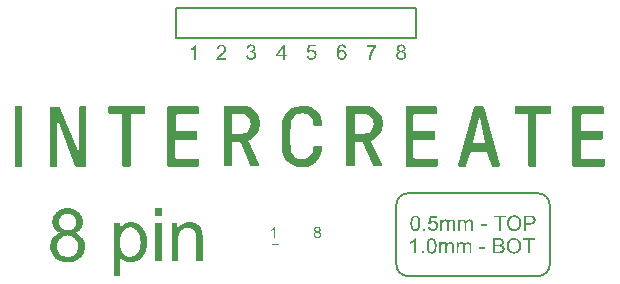
<source format=gto>
G04*
G04 #@! TF.GenerationSoftware,Altium Limited,Altium Designer,23.9.2 (47)*
G04*
G04 Layer_Color=65535*
%FSLAX44Y44*%
%MOMM*%
G71*
G04*
G04 #@! TF.SameCoordinates,35F43EC8-9B02-491F-93BC-FA8834C0D824*
G04*
G04*
G04 #@! TF.FilePolarity,Positive*
G04*
G01*
G75*
%ADD10C,0.2000*%
%ADD11C,0.1000*%
G36*
X359462Y211073D02*
X359610Y211054D01*
X359777Y211036D01*
X359962Y211017D01*
X360147Y210962D01*
X360592Y210851D01*
X361036Y210684D01*
X361258Y210573D01*
X361481Y210443D01*
X361684Y210277D01*
X361888Y210110D01*
X361907Y210091D01*
X361925Y210073D01*
X361981Y210017D01*
X362055Y209943D01*
X362129Y209832D01*
X362221Y209721D01*
X362406Y209443D01*
X362592Y209091D01*
X362758Y208684D01*
X362888Y208221D01*
X362906Y207980D01*
X362925Y207721D01*
Y207703D01*
Y207684D01*
Y207573D01*
X362906Y207406D01*
X362869Y207203D01*
X362814Y206943D01*
X362721Y206684D01*
X362610Y206425D01*
X362444Y206166D01*
X362425Y206129D01*
X362351Y206055D01*
X362240Y205944D01*
X362092Y205795D01*
X361888Y205629D01*
X361647Y205462D01*
X361370Y205296D01*
X361036Y205147D01*
X361055D01*
X361092Y205129D01*
X361147Y205110D01*
X361221Y205073D01*
X361444Y204981D01*
X361703Y204851D01*
X361981Y204666D01*
X362277Y204462D01*
X362555Y204203D01*
X362814Y203907D01*
Y203888D01*
X362832Y203870D01*
X362906Y203759D01*
X363018Y203573D01*
X363129Y203333D01*
X363240Y203036D01*
X363351Y202685D01*
X363425Y202296D01*
X363443Y201870D01*
Y201852D01*
Y201796D01*
Y201703D01*
X363425Y201592D01*
X363406Y201463D01*
X363388Y201296D01*
X363351Y201111D01*
X363295Y200907D01*
X363166Y200481D01*
X363073Y200240D01*
X362943Y200018D01*
X362814Y199778D01*
X362666Y199555D01*
X362481Y199333D01*
X362277Y199111D01*
X362258Y199093D01*
X362221Y199056D01*
X362166Y199000D01*
X362073Y198944D01*
X361944Y198852D01*
X361814Y198759D01*
X361647Y198667D01*
X361462Y198556D01*
X361258Y198444D01*
X361018Y198352D01*
X360759Y198259D01*
X360499Y198167D01*
X360203Y198111D01*
X359888Y198056D01*
X359573Y198018D01*
X359222Y198000D01*
X359036D01*
X358907Y198018D01*
X358740Y198037D01*
X358555Y198056D01*
X358351Y198093D01*
X358129Y198148D01*
X357629Y198278D01*
X357370Y198370D01*
X357129Y198463D01*
X356870Y198592D01*
X356611Y198741D01*
X356370Y198907D01*
X356148Y199111D01*
X356129Y199130D01*
X356092Y199167D01*
X356037Y199222D01*
X355963Y199315D01*
X355889Y199426D01*
X355778Y199555D01*
X355685Y199704D01*
X355574Y199889D01*
X355463Y200074D01*
X355370Y200296D01*
X355185Y200759D01*
X355111Y201037D01*
X355055Y201315D01*
X355018Y201611D01*
X355000Y201907D01*
Y201926D01*
Y201963D01*
Y202037D01*
X355018Y202111D01*
Y202222D01*
X355037Y202351D01*
X355074Y202648D01*
X355148Y202981D01*
X355259Y203314D01*
X355426Y203666D01*
X355629Y203999D01*
Y204018D01*
X355666Y204036D01*
X355741Y204129D01*
X355889Y204277D01*
X356092Y204462D01*
X356352Y204648D01*
X356666Y204851D01*
X357018Y205018D01*
X357444Y205147D01*
X357425D01*
X357407Y205166D01*
X357351Y205184D01*
X357277Y205222D01*
X357111Y205296D01*
X356889Y205407D01*
X356648Y205555D01*
X356407Y205740D01*
X356185Y205944D01*
X355981Y206166D01*
X355963Y206203D01*
X355907Y206277D01*
X355833Y206425D01*
X355759Y206610D01*
X355666Y206851D01*
X355592Y207129D01*
X355537Y207444D01*
X355518Y207777D01*
Y207795D01*
Y207832D01*
Y207906D01*
X355537Y208018D01*
X355555Y208129D01*
X355574Y208277D01*
X355648Y208591D01*
X355759Y208962D01*
X355944Y209351D01*
X356055Y209554D01*
X356185Y209758D01*
X356352Y209943D01*
X356518Y210128D01*
X356537Y210147D01*
X356574Y210165D01*
X356629Y210221D01*
X356703Y210277D01*
X356796Y210351D01*
X356926Y210425D01*
X357074Y210517D01*
X357222Y210610D01*
X357407Y210702D01*
X357611Y210795D01*
X357833Y210869D01*
X358074Y210943D01*
X358592Y211054D01*
X358888Y211073D01*
X359184Y211091D01*
X359351D01*
X359462Y211073D01*
D02*
G37*
G36*
X338104Y209406D02*
X338086Y209388D01*
X338049Y209351D01*
X337975Y209277D01*
X337901Y209165D01*
X337789Y209036D01*
X337641Y208888D01*
X337493Y208703D01*
X337327Y208480D01*
X337160Y208258D01*
X336956Y207999D01*
X336753Y207703D01*
X336549Y207406D01*
X336327Y207073D01*
X336105Y206721D01*
X335882Y206332D01*
X335660Y205944D01*
X335642Y205925D01*
X335605Y205851D01*
X335549Y205740D01*
X335456Y205573D01*
X335364Y205370D01*
X335253Y205147D01*
X335123Y204888D01*
X334994Y204592D01*
X334845Y204259D01*
X334679Y203925D01*
X334531Y203555D01*
X334382Y203166D01*
X334086Y202370D01*
X333808Y201518D01*
Y201500D01*
X333790Y201444D01*
X333771Y201352D01*
X333734Y201240D01*
X333697Y201092D01*
X333660Y200907D01*
X333605Y200703D01*
X333568Y200481D01*
X333512Y200222D01*
X333457Y199944D01*
X333364Y199352D01*
X333271Y198704D01*
X333216Y198000D01*
X331605D01*
Y198018D01*
Y198074D01*
Y198148D01*
X331623Y198259D01*
Y198407D01*
X331642Y198592D01*
X331660Y198796D01*
X331679Y199018D01*
X331716Y199278D01*
X331753Y199537D01*
X331809Y199852D01*
X331864Y200166D01*
X331920Y200500D01*
X331994Y200870D01*
X332179Y201629D01*
Y201648D01*
X332197Y201722D01*
X332234Y201833D01*
X332290Y202000D01*
X332346Y202185D01*
X332420Y202407D01*
X332494Y202666D01*
X332605Y202944D01*
X332716Y203259D01*
X332827Y203573D01*
X333105Y204277D01*
X333438Y205018D01*
X333808Y205758D01*
X333827Y205777D01*
X333864Y205851D01*
X333919Y205944D01*
X333994Y206092D01*
X334086Y206258D01*
X334216Y206462D01*
X334345Y206684D01*
X334493Y206925D01*
X334845Y207462D01*
X335216Y208018D01*
X335642Y208591D01*
X336086Y209128D01*
X329809D01*
Y210647D01*
X338104D01*
Y209406D01*
D02*
G37*
G36*
X309313Y211073D02*
X309442D01*
X309590Y211054D01*
X309942Y210980D01*
X310331Y210888D01*
X310739Y210739D01*
X311146Y210517D01*
X311350Y210388D01*
X311535Y210240D01*
X311553Y210221D01*
X311572Y210202D01*
X311627Y210147D01*
X311683Y210091D01*
X311775Y209999D01*
X311850Y209888D01*
X312053Y209628D01*
X312257Y209295D01*
X312442Y208888D01*
X312609Y208425D01*
X312720Y207906D01*
X311146Y207777D01*
Y207795D01*
X311127Y207814D01*
X311109Y207925D01*
X311053Y208092D01*
X310979Y208295D01*
X310905Y208517D01*
X310794Y208740D01*
X310665Y208943D01*
X310535Y209110D01*
X310498Y209147D01*
X310424Y209221D01*
X310294Y209332D01*
X310109Y209462D01*
X309868Y209573D01*
X309609Y209684D01*
X309294Y209758D01*
X308961Y209795D01*
X308831D01*
X308683Y209777D01*
X308517Y209739D01*
X308294Y209684D01*
X308072Y209610D01*
X307850Y209517D01*
X307628Y209369D01*
X307591Y209351D01*
X307498Y209277D01*
X307369Y209147D01*
X307202Y208962D01*
X307017Y208740D01*
X306813Y208480D01*
X306628Y208147D01*
X306443Y207777D01*
Y207758D01*
X306424Y207721D01*
X306406Y207666D01*
X306369Y207592D01*
X306350Y207481D01*
X306313Y207351D01*
X306276Y207203D01*
X306239Y207018D01*
X306183Y206814D01*
X306147Y206592D01*
X306109Y206351D01*
X306091Y206092D01*
X306054Y205795D01*
X306035Y205499D01*
X306017Y205166D01*
Y204833D01*
X306035Y204851D01*
X306109Y204962D01*
X306239Y205110D01*
X306406Y205296D01*
X306591Y205518D01*
X306832Y205721D01*
X307091Y205925D01*
X307387Y206110D01*
X307406D01*
X307424Y206129D01*
X307535Y206184D01*
X307702Y206240D01*
X307924Y206332D01*
X308183Y206406D01*
X308479Y206462D01*
X308794Y206518D01*
X309128Y206536D01*
X309276D01*
X309387Y206518D01*
X309535Y206499D01*
X309683Y206481D01*
X309868Y206444D01*
X310054Y206388D01*
X310479Y206258D01*
X310702Y206166D01*
X310924Y206036D01*
X311146Y205907D01*
X311387Y205758D01*
X311609Y205573D01*
X311812Y205370D01*
X311831Y205351D01*
X311868Y205314D01*
X311924Y205259D01*
X311979Y205166D01*
X312072Y205036D01*
X312164Y204907D01*
X312257Y204740D01*
X312368Y204555D01*
X312479Y204351D01*
X312572Y204129D01*
X312664Y203870D01*
X312757Y203610D01*
X312812Y203333D01*
X312868Y203018D01*
X312905Y202703D01*
X312924Y202370D01*
Y202351D01*
Y202314D01*
Y202259D01*
Y202166D01*
X312905Y202055D01*
Y201944D01*
X312850Y201648D01*
X312794Y201296D01*
X312701Y200926D01*
X312572Y200518D01*
X312386Y200129D01*
Y200111D01*
X312368Y200092D01*
X312331Y200037D01*
X312294Y199963D01*
X312183Y199778D01*
X312016Y199537D01*
X311812Y199278D01*
X311572Y199018D01*
X311276Y198759D01*
X310961Y198537D01*
X310942D01*
X310924Y198519D01*
X310868Y198481D01*
X310794Y198463D01*
X310609Y198370D01*
X310368Y198278D01*
X310054Y198167D01*
X309702Y198093D01*
X309313Y198018D01*
X308887Y198000D01*
X308794D01*
X308702Y198018D01*
X308554D01*
X308387Y198037D01*
X308202Y198074D01*
X307980Y198130D01*
X307757Y198185D01*
X307498Y198259D01*
X307239Y198352D01*
X306980Y198463D01*
X306702Y198611D01*
X306443Y198778D01*
X306183Y198963D01*
X305924Y199185D01*
X305683Y199444D01*
X305665Y199463D01*
X305628Y199518D01*
X305572Y199592D01*
X305498Y199722D01*
X305387Y199889D01*
X305295Y200074D01*
X305184Y200315D01*
X305072Y200574D01*
X304943Y200889D01*
X304832Y201240D01*
X304739Y201629D01*
X304647Y202055D01*
X304554Y202537D01*
X304499Y203055D01*
X304461Y203610D01*
X304443Y204203D01*
Y204222D01*
Y204240D01*
Y204296D01*
Y204370D01*
X304461Y204555D01*
Y204814D01*
X304480Y205110D01*
X304517Y205462D01*
X304554Y205851D01*
X304610Y206277D01*
X304684Y206703D01*
X304776Y207166D01*
X304887Y207610D01*
X305017Y208055D01*
X305184Y208480D01*
X305369Y208888D01*
X305572Y209277D01*
X305813Y209610D01*
X305832Y209628D01*
X305869Y209666D01*
X305943Y209739D01*
X306035Y209851D01*
X306147Y209962D01*
X306295Y210073D01*
X306480Y210221D01*
X306665Y210351D01*
X306887Y210480D01*
X307128Y210628D01*
X307406Y210739D01*
X307683Y210869D01*
X307998Y210962D01*
X308331Y211036D01*
X308683Y211073D01*
X309054Y211091D01*
X309202D01*
X309313Y211073D01*
D02*
G37*
G36*
X286928Y209369D02*
X281798D01*
X281113Y205907D01*
X281132Y205925D01*
X281169Y205944D01*
X281224Y205981D01*
X281317Y206036D01*
X281428Y206092D01*
X281558Y206166D01*
X281854Y206314D01*
X282224Y206462D01*
X282632Y206592D01*
X283076Y206684D01*
X283298Y206721D01*
X283706D01*
X283817Y206703D01*
X283965Y206684D01*
X284132Y206666D01*
X284317Y206629D01*
X284520Y206573D01*
X284965Y206444D01*
X285206Y206351D01*
X285446Y206221D01*
X285687Y206092D01*
X285928Y205944D01*
X286150Y205758D01*
X286372Y205555D01*
X286391Y205536D01*
X286428Y205499D01*
X286483Y205444D01*
X286557Y205351D01*
X286650Y205222D01*
X286742Y205092D01*
X286854Y204925D01*
X286965Y204740D01*
X287057Y204536D01*
X287168Y204314D01*
X287261Y204055D01*
X287353Y203796D01*
X287428Y203518D01*
X287483Y203203D01*
X287520Y202888D01*
X287539Y202555D01*
Y202537D01*
Y202481D01*
Y202388D01*
X287520Y202259D01*
X287502Y202111D01*
X287483Y201944D01*
X287446Y201740D01*
X287409Y201537D01*
X287298Y201055D01*
X287113Y200555D01*
X287002Y200296D01*
X286854Y200055D01*
X286705Y199796D01*
X286520Y199555D01*
X286502Y199537D01*
X286465Y199481D01*
X286391Y199407D01*
X286298Y199315D01*
X286168Y199204D01*
X286020Y199056D01*
X285835Y198926D01*
X285631Y198778D01*
X285409Y198630D01*
X285150Y198500D01*
X284872Y198370D01*
X284576Y198241D01*
X284261Y198148D01*
X283909Y198074D01*
X283539Y198018D01*
X283150Y198000D01*
X282984D01*
X282854Y198018D01*
X282706Y198037D01*
X282539Y198056D01*
X282335Y198074D01*
X282132Y198130D01*
X281669Y198241D01*
X281206Y198407D01*
X280965Y198519D01*
X280725Y198648D01*
X280502Y198796D01*
X280280Y198963D01*
X280262Y198981D01*
X280225Y199000D01*
X280188Y199074D01*
X280114Y199148D01*
X280021Y199241D01*
X279928Y199352D01*
X279817Y199500D01*
X279725Y199667D01*
X279613Y199833D01*
X279502Y200037D01*
X279299Y200481D01*
X279132Y201000D01*
X279077Y201277D01*
X279039Y201574D01*
X280688Y201703D01*
Y201685D01*
Y201648D01*
X280706Y201592D01*
X280725Y201500D01*
X280780Y201296D01*
X280854Y201018D01*
X280965Y200741D01*
X281113Y200426D01*
X281299Y200148D01*
X281521Y199889D01*
X281558Y199870D01*
X281632Y199796D01*
X281780Y199704D01*
X281984Y199592D01*
X282206Y199481D01*
X282484Y199389D01*
X282798Y199315D01*
X283150Y199296D01*
X283261D01*
X283335Y199315D01*
X283558Y199333D01*
X283817Y199407D01*
X284132Y199500D01*
X284446Y199648D01*
X284780Y199870D01*
X284928Y200000D01*
X285076Y200148D01*
X285095Y200166D01*
X285113Y200185D01*
X285150Y200240D01*
X285206Y200296D01*
X285335Y200500D01*
X285483Y200759D01*
X285613Y201074D01*
X285742Y201463D01*
X285835Y201926D01*
X285872Y202166D01*
Y202425D01*
Y202444D01*
Y202481D01*
Y202555D01*
X285854Y202648D01*
Y202759D01*
X285835Y202888D01*
X285780Y203185D01*
X285687Y203536D01*
X285557Y203888D01*
X285372Y204222D01*
X285113Y204536D01*
Y204555D01*
X285076Y204573D01*
X284983Y204666D01*
X284817Y204796D01*
X284594Y204944D01*
X284298Y205073D01*
X283965Y205203D01*
X283576Y205296D01*
X283354Y205333D01*
X283002D01*
X282854Y205314D01*
X282669Y205296D01*
X282447Y205240D01*
X282224Y205184D01*
X281984Y205092D01*
X281743Y204981D01*
X281724Y204962D01*
X281650Y204925D01*
X281539Y204833D01*
X281391Y204740D01*
X281243Y204610D01*
X281095Y204444D01*
X280928Y204277D01*
X280799Y204074D01*
X279317Y204277D01*
X280558Y210869D01*
X286928D01*
Y209369D01*
D02*
G37*
G36*
X279210Y158849D02*
X282914Y157923D01*
X286617Y155609D01*
X287080D01*
X287543Y155146D01*
X289395Y152831D01*
X291247Y149591D01*
X292173Y145424D01*
Y143572D01*
Y143109D01*
Y142646D01*
X291710Y142184D01*
X290784Y141721D01*
X286154D01*
X285691Y142184D01*
X285228Y142646D01*
X284765Y143572D01*
Y144498D01*
Y144961D01*
X284303Y146813D01*
X283377Y148665D01*
X281525Y150516D01*
X281062Y150979D01*
X280136Y151905D01*
X278284Y152368D01*
X275970Y152831D01*
X275044D01*
X273192Y152368D01*
X270877Y151905D01*
X268563Y150516D01*
X268100Y150053D01*
X267174Y149128D01*
X266248Y147276D01*
X265785Y144961D01*
Y144498D01*
Y143109D01*
Y140795D01*
X265322Y138017D01*
Y134776D01*
Y130610D01*
X265785Y122277D01*
Y121814D01*
X266248Y119962D01*
X267174Y118111D01*
X268563Y116259D01*
X269025Y115796D01*
X270414Y115333D01*
X272266Y114407D01*
X275044Y113944D01*
X275507D01*
X277358Y114407D01*
X279210Y114870D01*
X281525Y116259D01*
X281988Y116722D01*
X282914Y118111D01*
X284303Y119962D01*
X284765Y122277D01*
Y123666D01*
Y124129D01*
Y124592D01*
X285228Y125055D01*
X286154Y125518D01*
X291710D01*
X292173Y124592D01*
Y123666D01*
Y121814D01*
Y121351D01*
Y120888D01*
X291247Y118111D01*
X289858Y114870D01*
X287080Y111166D01*
X286154Y110703D01*
X283840Y109315D01*
X280136Y107463D01*
X275507Y107000D01*
X274581D01*
X271340Y107463D01*
X267637Y108852D01*
X263470Y111166D01*
X262544Y112092D01*
X261155Y114407D01*
X259304Y117648D01*
X258378Y121814D01*
Y122277D01*
Y123666D01*
Y125981D01*
Y129221D01*
Y132462D01*
Y136165D01*
Y144498D01*
Y144961D01*
Y145424D01*
X259304Y148202D01*
X260693Y151442D01*
X263470Y154683D01*
X263933D01*
X264396Y155609D01*
X266711Y156998D01*
X270414Y158386D01*
X275044Y159312D01*
X276432D01*
X279210Y158849D01*
D02*
G37*
G36*
X92645Y158386D02*
Y157460D01*
Y108852D01*
Y108389D01*
X92182Y107926D01*
X91256Y107463D01*
X84312D01*
X83386Y108389D01*
X69035Y144961D01*
X68109D01*
Y108389D01*
Y107926D01*
X67183Y107463D01*
X66258Y107000D01*
X62554D01*
X62091Y107463D01*
X61628Y108389D01*
Y156998D01*
Y157460D01*
Y157923D01*
X62091Y158386D01*
X69961D01*
X70424Y157923D01*
Y157460D01*
X85238Y120888D01*
X85701Y120425D01*
X86164D01*
X86627Y120888D01*
Y157460D01*
Y157923D01*
Y158386D01*
X87090Y158849D01*
X92182D01*
X92645Y158386D01*
D02*
G37*
G36*
X331059Y158849D02*
X334763Y157923D01*
X338004Y155609D01*
X338929Y155146D01*
X340318Y152831D01*
X342633Y149591D01*
X344022Y145424D01*
Y144498D01*
X343559Y142184D01*
X343096Y139406D01*
X341707Y136165D01*
X341244Y135702D01*
X339855Y134313D01*
X338004Y132462D01*
X335226Y130610D01*
X334763D01*
X333837Y129684D01*
X333374Y129221D01*
X333837Y128295D01*
X342633Y109778D01*
Y109315D01*
Y108852D01*
X341707Y107926D01*
X336152D01*
X335689Y108389D01*
X335226Y109315D01*
X326430Y127832D01*
Y128295D01*
X325504D01*
X324578Y128758D01*
X320875Y128295D01*
X320412D01*
X319949Y127832D01*
Y109315D01*
Y108852D01*
X319486Y108389D01*
X318560Y107926D01*
X313468D01*
X313005Y108389D01*
X312542Y109315D01*
Y157923D01*
Y158386D01*
Y158849D01*
X313005Y159312D01*
X328282D01*
X331059Y158849D01*
D02*
G37*
G36*
X227361D02*
X231064Y157923D01*
X234768Y155609D01*
X235694Y155146D01*
X237083Y152831D01*
X238934Y149591D01*
X239860Y145424D01*
Y144498D01*
Y142184D01*
X238934Y139406D01*
X237546Y136165D01*
X237083Y135702D01*
X235694Y134313D01*
X233842Y132462D01*
X231064Y130610D01*
X230601D01*
X230138Y129684D01*
X229676Y129221D01*
X230138Y128295D01*
X238934Y109778D01*
X239397Y109315D01*
X238934Y108852D01*
X238471Y107926D01*
X232453D01*
X231990Y108389D01*
X231527Y109315D01*
X223194Y127832D01*
X222731Y128295D01*
X221806Y128758D01*
X216713Y128295D01*
X216250D01*
X215787Y127832D01*
Y109315D01*
Y108852D01*
X215324Y108389D01*
X214398Y107926D01*
X209769D01*
X209306Y108389D01*
X208843Y109315D01*
Y157923D01*
Y158386D01*
X209306Y158849D01*
X209769Y159312D01*
X224583D01*
X227361Y158849D01*
D02*
G37*
G36*
X530587Y158386D02*
Y157460D01*
Y153757D01*
Y153294D01*
Y152831D01*
X530124Y152368D01*
X529198Y151905D01*
X512069D01*
X511606Y151442D01*
Y138017D01*
X512069D01*
Y137554D01*
X529661D01*
X530124Y137091D01*
Y136165D01*
Y131999D01*
Y131536D01*
X529661Y131073D01*
X528735Y130610D01*
X512069D01*
X511606Y130147D01*
X511143Y114870D01*
Y114407D01*
X511606Y113944D01*
X512069Y114407D01*
X531050D01*
X531513Y113944D01*
X531976Y113018D01*
Y108852D01*
X531513Y108389D01*
X531050Y107926D01*
X529661Y107463D01*
X505125D01*
X504199Y107926D01*
X503736Y108852D01*
Y157460D01*
Y157923D01*
X504199Y158386D01*
X504662Y158849D01*
X530124D01*
X530587Y158386D01*
D02*
G37*
G36*
X486144D02*
Y157460D01*
Y153757D01*
Y153294D01*
Y152831D01*
X485682Y152368D01*
X484756Y151905D01*
X473645D01*
Y151442D01*
Y150516D01*
Y149591D01*
Y147739D01*
Y144961D01*
Y141258D01*
Y136165D01*
Y130147D01*
Y108852D01*
Y108389D01*
X473182Y107926D01*
X472256Y107463D01*
X467627D01*
X467164Y107926D01*
X466701Y108852D01*
Y151442D01*
Y151905D01*
X456516D01*
X456053Y152368D01*
X455591Y152831D01*
X455127Y153757D01*
Y157460D01*
Y157923D01*
Y158386D01*
X455591Y158849D01*
X485682D01*
X486144Y158386D01*
D02*
G37*
G36*
X429203Y157923D02*
X443091Y108852D01*
Y108389D01*
X442165Y107926D01*
X441239Y107463D01*
X437073D01*
X435684Y108389D01*
X431981Y119499D01*
X431518Y119962D01*
X430592Y120425D01*
X418092D01*
X417166Y119499D01*
X413926Y108389D01*
Y107926D01*
X413463Y107463D01*
X408371D01*
X407908Y107926D01*
X407445Y108389D01*
X406982Y108852D01*
X420870Y157923D01*
Y158386D01*
X421333Y158849D01*
X428277D01*
X429203Y157923D01*
D02*
G37*
G36*
X389390Y158386D02*
X389853Y157460D01*
Y153757D01*
Y153294D01*
Y152831D01*
X388927Y152368D01*
X388001Y151905D01*
X370872D01*
X369484Y151442D01*
Y138017D01*
Y137554D01*
X387538D01*
X388001Y137091D01*
Y136165D01*
Y131999D01*
Y131536D01*
X387538Y131073D01*
X386612Y130610D01*
X369484D01*
Y130147D01*
Y114870D01*
X370872D01*
Y114407D01*
Y113944D01*
X371335Y114407D01*
X389853D01*
X390316Y113944D01*
Y113018D01*
Y108852D01*
Y108389D01*
X389853Y107926D01*
X388927Y107463D01*
X363928D01*
X363465Y107926D01*
X363002Y108852D01*
Y157460D01*
Y157923D01*
Y158386D01*
X363465Y158849D01*
X388927D01*
X389390Y158386D01*
D02*
G37*
G36*
X188011D02*
Y157460D01*
Y153757D01*
Y153294D01*
Y152831D01*
X187548Y152368D01*
X186622Y151905D01*
X169030D01*
X168104Y151442D01*
Y138017D01*
Y137554D01*
X186159D01*
X186622Y137091D01*
Y136165D01*
Y131999D01*
Y131536D01*
X186159Y131073D01*
X185233Y130610D01*
X168567D01*
X167642Y130147D01*
Y114870D01*
X168567D01*
Y114407D01*
Y113944D01*
X169030Y114407D01*
X187548D01*
X188011Y113944D01*
Y113018D01*
Y108852D01*
Y108389D01*
X187548Y107926D01*
X186622Y107463D01*
X162086D01*
X161623Y107926D01*
X161160Y108852D01*
Y157460D01*
Y157923D01*
Y158386D01*
X161623Y158849D01*
X187548D01*
X188011Y158386D01*
D02*
G37*
G36*
X142643D02*
Y157460D01*
Y153757D01*
Y153294D01*
Y152831D01*
X142180Y152368D01*
X141254Y151905D01*
X130606D01*
Y151442D01*
Y150516D01*
Y149591D01*
Y147739D01*
Y144961D01*
Y141258D01*
Y136165D01*
Y130147D01*
Y108852D01*
Y108389D01*
X129680Y107926D01*
X128755Y107463D01*
X124125D01*
X123662Y107926D01*
X123199Y108852D01*
Y151442D01*
Y151905D01*
X113015D01*
X112552Y152368D01*
X111626Y152831D01*
X111163Y153757D01*
Y157460D01*
Y157923D01*
X111626Y158386D01*
X112089Y158849D01*
X142180D01*
X142643Y158386D01*
D02*
G37*
G36*
X38481D02*
Y157460D01*
Y108852D01*
Y108389D01*
X38018Y107926D01*
X37092Y107463D01*
X32463D01*
X32000Y107926D01*
Y108852D01*
Y157460D01*
Y157923D01*
Y158386D01*
X32463Y158849D01*
X38018D01*
X38481Y158386D01*
D02*
G37*
G36*
X288342Y56791D02*
X288453Y56777D01*
X288578Y56763D01*
X288717Y56750D01*
X288855Y56708D01*
X289188Y56625D01*
X289521Y56500D01*
X289688Y56417D01*
X289854Y56320D01*
X290007Y56195D01*
X290159Y56070D01*
X290173Y56056D01*
X290187Y56042D01*
X290228Y56001D01*
X290284Y55945D01*
X290339Y55862D01*
X290409Y55779D01*
X290547Y55571D01*
X290686Y55307D01*
X290811Y55002D01*
X290908Y54655D01*
X290922Y54475D01*
X290936Y54281D01*
Y54267D01*
Y54253D01*
Y54170D01*
X290922Y54045D01*
X290894Y53893D01*
X290853Y53698D01*
X290783Y53504D01*
X290700Y53310D01*
X290575Y53116D01*
X290561Y53088D01*
X290506Y53033D01*
X290422Y52950D01*
X290312Y52839D01*
X290159Y52714D01*
X289979Y52589D01*
X289771Y52464D01*
X289521Y52353D01*
X289535D01*
X289563Y52339D01*
X289604Y52326D01*
X289660Y52298D01*
X289826Y52228D01*
X290020Y52131D01*
X290228Y51993D01*
X290450Y51840D01*
X290658Y51646D01*
X290853Y51424D01*
Y51410D01*
X290866Y51396D01*
X290922Y51313D01*
X291005Y51174D01*
X291088Y50994D01*
X291171Y50772D01*
X291255Y50509D01*
X291310Y50217D01*
X291324Y49899D01*
Y49885D01*
Y49843D01*
Y49774D01*
X291310Y49690D01*
X291296Y49593D01*
X291282Y49469D01*
X291255Y49330D01*
X291213Y49177D01*
X291116Y48858D01*
X291047Y48678D01*
X290949Y48512D01*
X290853Y48331D01*
X290742Y48165D01*
X290603Y47998D01*
X290450Y47832D01*
X290436Y47818D01*
X290409Y47790D01*
X290367Y47749D01*
X290298Y47707D01*
X290201Y47638D01*
X290104Y47569D01*
X289979Y47499D01*
X289840Y47416D01*
X289688Y47333D01*
X289507Y47263D01*
X289313Y47194D01*
X289119Y47125D01*
X288897Y47083D01*
X288661Y47042D01*
X288426Y47014D01*
X288162Y47000D01*
X288023D01*
X287926Y47014D01*
X287801Y47028D01*
X287663Y47042D01*
X287510Y47069D01*
X287344Y47111D01*
X286969Y47208D01*
X286775Y47277D01*
X286595Y47347D01*
X286401Y47444D01*
X286206Y47555D01*
X286026Y47680D01*
X285860Y47832D01*
X285846Y47846D01*
X285818Y47874D01*
X285777Y47915D01*
X285721Y47985D01*
X285666Y48068D01*
X285583Y48165D01*
X285513Y48276D01*
X285430Y48415D01*
X285347Y48553D01*
X285277Y48720D01*
X285139Y49066D01*
X285083Y49274D01*
X285042Y49482D01*
X285014Y49704D01*
X285000Y49926D01*
Y49940D01*
Y49968D01*
Y50023D01*
X285014Y50079D01*
Y50162D01*
X285028Y50259D01*
X285056Y50481D01*
X285111Y50731D01*
X285194Y50980D01*
X285319Y51244D01*
X285471Y51493D01*
Y51507D01*
X285499Y51521D01*
X285555Y51590D01*
X285666Y51701D01*
X285818Y51840D01*
X286012Y51979D01*
X286248Y52131D01*
X286512Y52256D01*
X286831Y52353D01*
X286817D01*
X286803Y52367D01*
X286761Y52381D01*
X286706Y52409D01*
X286581Y52464D01*
X286415Y52547D01*
X286234Y52658D01*
X286054Y52797D01*
X285888Y52950D01*
X285735Y53116D01*
X285721Y53144D01*
X285679Y53199D01*
X285624Y53310D01*
X285569Y53449D01*
X285499Y53629D01*
X285444Y53837D01*
X285402Y54073D01*
X285388Y54323D01*
Y54336D01*
Y54364D01*
Y54420D01*
X285402Y54503D01*
X285416Y54586D01*
X285430Y54697D01*
X285485Y54933D01*
X285569Y55210D01*
X285707Y55501D01*
X285791Y55654D01*
X285888Y55806D01*
X286012Y55945D01*
X286137Y56084D01*
X286151Y56098D01*
X286179Y56111D01*
X286220Y56153D01*
X286276Y56195D01*
X286345Y56250D01*
X286442Y56306D01*
X286553Y56375D01*
X286664Y56444D01*
X286803Y56514D01*
X286955Y56583D01*
X287122Y56638D01*
X287302Y56694D01*
X287691Y56777D01*
X287912Y56791D01*
X288134Y56805D01*
X288259D01*
X288342Y56791D01*
D02*
G37*
G36*
X260421Y202518D02*
X262162D01*
Y201074D01*
X260421D01*
Y198000D01*
X258847D01*
Y201074D01*
X253274D01*
Y202518D01*
X259144Y210814D01*
X260421D01*
Y202518D01*
D02*
G37*
G36*
X232371Y211073D02*
X232612Y211036D01*
X232908Y210980D01*
X233242Y210888D01*
X233575Y210777D01*
X233908Y210628D01*
X233927D01*
X233945Y210610D01*
X234056Y210554D01*
X234223Y210443D01*
X234408Y210313D01*
X234630Y210128D01*
X234852Y209925D01*
X235075Y209684D01*
X235260Y209406D01*
X235278Y209369D01*
X235334Y209277D01*
X235408Y209110D01*
X235501Y208906D01*
X235593Y208666D01*
X235667Y208388D01*
X235723Y208073D01*
X235741Y207758D01*
Y207721D01*
Y207610D01*
X235723Y207462D01*
X235686Y207258D01*
X235630Y207018D01*
X235538Y206758D01*
X235427Y206499D01*
X235278Y206240D01*
X235260Y206203D01*
X235204Y206129D01*
X235093Y205999D01*
X234945Y205851D01*
X234760Y205684D01*
X234538Y205499D01*
X234278Y205333D01*
X233964Y205166D01*
X233982D01*
X234019Y205147D01*
X234075Y205129D01*
X234149Y205110D01*
X234352Y205036D01*
X234612Y204925D01*
X234908Y204777D01*
X235204Y204592D01*
X235482Y204351D01*
X235741Y204074D01*
X235760Y204036D01*
X235834Y203925D01*
X235945Y203740D01*
X236056Y203499D01*
X236167Y203203D01*
X236278Y202851D01*
X236352Y202444D01*
X236371Y202000D01*
Y201981D01*
Y201926D01*
Y201833D01*
X236352Y201722D01*
X236334Y201574D01*
X236297Y201407D01*
X236260Y201222D01*
X236223Y201018D01*
X236075Y200574D01*
X235963Y200333D01*
X235852Y200111D01*
X235704Y199870D01*
X235538Y199629D01*
X235352Y199389D01*
X235130Y199167D01*
X235112Y199148D01*
X235075Y199111D01*
X235001Y199056D01*
X234908Y198981D01*
X234797Y198889D01*
X234649Y198796D01*
X234482Y198685D01*
X234278Y198592D01*
X234075Y198481D01*
X233834Y198370D01*
X233593Y198278D01*
X233316Y198185D01*
X233019Y198111D01*
X232705Y198056D01*
X232390Y198018D01*
X232038Y198000D01*
X231871D01*
X231760Y198018D01*
X231612Y198037D01*
X231445Y198056D01*
X231260Y198093D01*
X231056Y198130D01*
X230612Y198241D01*
X230149Y198426D01*
X229909Y198537D01*
X229686Y198667D01*
X229464Y198833D01*
X229242Y199000D01*
X229223Y199018D01*
X229186Y199056D01*
X229131Y199111D01*
X229075Y199185D01*
X228983Y199278D01*
X228890Y199407D01*
X228779Y199537D01*
X228668Y199704D01*
X228557Y199889D01*
X228446Y200074D01*
X228242Y200518D01*
X228075Y201037D01*
X228020Y201315D01*
X227983Y201611D01*
X229557Y201814D01*
Y201796D01*
X229575Y201759D01*
X229594Y201685D01*
X229612Y201592D01*
X229631Y201481D01*
X229668Y201352D01*
X229760Y201074D01*
X229890Y200741D01*
X230057Y200426D01*
X230242Y200129D01*
X230464Y199870D01*
X230501Y199852D01*
X230575Y199778D01*
X230723Y199685D01*
X230908Y199592D01*
X231131Y199481D01*
X231408Y199389D01*
X231723Y199315D01*
X232056Y199296D01*
X232167D01*
X232242Y199315D01*
X232445Y199333D01*
X232705Y199389D01*
X233001Y199481D01*
X233316Y199611D01*
X233630Y199796D01*
X233927Y200055D01*
X233964Y200092D01*
X234056Y200203D01*
X234167Y200370D01*
X234315Y200592D01*
X234464Y200870D01*
X234575Y201185D01*
X234667Y201555D01*
X234704Y201963D01*
Y201981D01*
Y202018D01*
Y202074D01*
X234686Y202148D01*
X234667Y202351D01*
X234612Y202592D01*
X234538Y202888D01*
X234408Y203185D01*
X234223Y203481D01*
X233982Y203759D01*
X233945Y203796D01*
X233853Y203870D01*
X233704Y203981D01*
X233501Y204111D01*
X233242Y204240D01*
X232927Y204351D01*
X232575Y204425D01*
X232186Y204462D01*
X232019D01*
X231890Y204444D01*
X231723Y204425D01*
X231538Y204388D01*
X231316Y204351D01*
X231075Y204296D01*
X231260Y205684D01*
X231353D01*
X231427Y205666D01*
X231668D01*
X231871Y205703D01*
X232112Y205740D01*
X232390Y205795D01*
X232705Y205888D01*
X233001Y206018D01*
X233316Y206184D01*
X233334D01*
X233353Y206203D01*
X233445Y206277D01*
X233575Y206406D01*
X233723Y206573D01*
X233871Y206814D01*
X234001Y207092D01*
X234093Y207406D01*
X234130Y207592D01*
Y207795D01*
Y207814D01*
Y207832D01*
Y207943D01*
X234093Y208092D01*
X234056Y208295D01*
X233982Y208517D01*
X233890Y208758D01*
X233741Y208999D01*
X233538Y209221D01*
X233519Y209240D01*
X233427Y209314D01*
X233297Y209406D01*
X233130Y209517D01*
X232908Y209610D01*
X232649Y209702D01*
X232353Y209777D01*
X232019Y209795D01*
X231871D01*
X231705Y209758D01*
X231482Y209721D01*
X231242Y209647D01*
X231001Y209554D01*
X230742Y209406D01*
X230501Y209221D01*
X230483Y209203D01*
X230408Y209110D01*
X230297Y208980D01*
X230168Y208795D01*
X230038Y208554D01*
X229909Y208258D01*
X229797Y207906D01*
X229723Y207499D01*
X228149Y207777D01*
Y207795D01*
X228168Y207851D01*
X228186Y207925D01*
X228205Y208036D01*
X228242Y208166D01*
X228298Y208314D01*
X228409Y208666D01*
X228594Y209073D01*
X228816Y209480D01*
X229094Y209869D01*
X229446Y210221D01*
X229464Y210240D01*
X229501Y210258D01*
X229557Y210295D01*
X229631Y210351D01*
X229723Y210425D01*
X229853Y210499D01*
X229983Y210573D01*
X230149Y210665D01*
X230520Y210814D01*
X230945Y210962D01*
X231445Y211054D01*
X231705Y211091D01*
X232167D01*
X232371Y211073D01*
D02*
G37*
G36*
X207407Y210851D02*
X207555Y210832D01*
X207740Y210814D01*
X207944Y210777D01*
X208147Y210739D01*
X208629Y210610D01*
X209110Y210425D01*
X209351Y210313D01*
X209592Y210184D01*
X209814Y210017D01*
X210018Y209832D01*
X210036Y209814D01*
X210073Y209795D01*
X210110Y209721D01*
X210184Y209647D01*
X210277Y209554D01*
X210369Y209425D01*
X210462Y209295D01*
X210573Y209128D01*
X210758Y208777D01*
X210943Y208332D01*
X211017Y208110D01*
X211054Y207851D01*
X211091Y207592D01*
X211110Y207314D01*
Y207277D01*
Y207184D01*
X211091Y207036D01*
X211073Y206832D01*
X211036Y206610D01*
X210962Y206351D01*
X210888Y206073D01*
X210777Y205795D01*
X210758Y205758D01*
X210721Y205666D01*
X210647Y205518D01*
X210536Y205314D01*
X210388Y205092D01*
X210203Y204814D01*
X209981Y204536D01*
X209721Y204222D01*
X209684Y204185D01*
X209592Y204074D01*
X209499Y203981D01*
X209406Y203888D01*
X209295Y203777D01*
X209147Y203629D01*
X208999Y203481D01*
X208814Y203314D01*
X208629Y203129D01*
X208407Y202925D01*
X208166Y202722D01*
X207907Y202481D01*
X207610Y202240D01*
X207314Y201981D01*
X207295Y201963D01*
X207258Y201926D01*
X207184Y201870D01*
X207092Y201796D01*
X206981Y201685D01*
X206851Y201574D01*
X206555Y201333D01*
X206240Y201055D01*
X205944Y200777D01*
X205685Y200537D01*
X205574Y200444D01*
X205481Y200352D01*
X205462Y200333D01*
X205407Y200278D01*
X205333Y200203D01*
X205240Y200092D01*
X205148Y199963D01*
X205037Y199833D01*
X204814Y199518D01*
X211129D01*
Y198000D01*
X202629D01*
Y198018D01*
Y198093D01*
Y198204D01*
X202648Y198352D01*
X202666Y198519D01*
X202703Y198704D01*
X202740Y198889D01*
X202815Y199093D01*
Y199111D01*
X202833Y199130D01*
X202870Y199241D01*
X202944Y199407D01*
X203055Y199629D01*
X203203Y199889D01*
X203389Y200185D01*
X203592Y200481D01*
X203852Y200796D01*
Y200814D01*
X203888Y200833D01*
X203981Y200944D01*
X204148Y201111D01*
X204388Y201352D01*
X204666Y201629D01*
X205018Y201963D01*
X205444Y202333D01*
X205907Y202722D01*
X205925Y202740D01*
X205999Y202796D01*
X206110Y202888D01*
X206240Y202999D01*
X206407Y203148D01*
X206610Y203314D01*
X206814Y203499D01*
X207055Y203703D01*
X207518Y204147D01*
X207981Y204592D01*
X208203Y204814D01*
X208407Y205036D01*
X208592Y205240D01*
X208740Y205444D01*
Y205462D01*
X208777Y205481D01*
X208814Y205536D01*
X208851Y205610D01*
X208981Y205814D01*
X209129Y206055D01*
X209258Y206351D01*
X209388Y206666D01*
X209462Y207018D01*
X209499Y207351D01*
Y207369D01*
Y207388D01*
X209480Y207499D01*
X209462Y207684D01*
X209406Y207888D01*
X209332Y208147D01*
X209203Y208406D01*
X209036Y208666D01*
X208814Y208925D01*
X208777Y208962D01*
X208684Y209036D01*
X208555Y209128D01*
X208351Y209258D01*
X208092Y209369D01*
X207796Y209480D01*
X207444Y209554D01*
X207055Y209573D01*
X206944D01*
X206870Y209554D01*
X206647Y209536D01*
X206388Y209480D01*
X206110Y209406D01*
X205796Y209277D01*
X205499Y209110D01*
X205222Y208888D01*
X205185Y208851D01*
X205111Y208758D01*
X205000Y208610D01*
X204888Y208388D01*
X204759Y208129D01*
X204648Y207795D01*
X204574Y207425D01*
X204537Y206999D01*
X202926Y207166D01*
Y207184D01*
X202944Y207240D01*
Y207332D01*
X202963Y207462D01*
X203000Y207610D01*
X203037Y207777D01*
X203092Y207980D01*
X203148Y208184D01*
X203296Y208629D01*
X203518Y209073D01*
X203648Y209295D01*
X203814Y209517D01*
X203981Y209721D01*
X204166Y209906D01*
X204185Y209925D01*
X204222Y209943D01*
X204277Y209999D01*
X204370Y210054D01*
X204481Y210128D01*
X204611Y210202D01*
X204759Y210295D01*
X204944Y210388D01*
X205148Y210480D01*
X205370Y210573D01*
X205611Y210647D01*
X205870Y210721D01*
X206147Y210777D01*
X206444Y210832D01*
X206759Y210851D01*
X207092Y210869D01*
X207277D01*
X207407Y210851D01*
D02*
G37*
G36*
X416013Y43703D02*
X416143D01*
X416273Y43684D01*
X416587Y43629D01*
X416921Y43536D01*
X417272Y43388D01*
X417624Y43203D01*
X417921Y42944D01*
X417958Y42906D01*
X418032Y42795D01*
X418161Y42629D01*
X418217Y42499D01*
X418291Y42369D01*
X418365Y42203D01*
X418421Y42036D01*
X418495Y41851D01*
X418550Y41629D01*
X418587Y41407D01*
X418624Y41147D01*
X418661Y40888D01*
Y40592D01*
Y34222D01*
X417087D01*
Y40055D01*
Y40073D01*
Y40092D01*
Y40203D01*
Y40370D01*
X417069Y40573D01*
X417050Y40796D01*
X417032Y41018D01*
X416995Y41240D01*
X416939Y41407D01*
Y41425D01*
X416902Y41481D01*
X416865Y41555D01*
X416810Y41647D01*
X416736Y41758D01*
X416643Y41870D01*
X416532Y41981D01*
X416384Y42092D01*
X416365Y42110D01*
X416310Y42129D01*
X416236Y42166D01*
X416106Y42221D01*
X415976Y42277D01*
X415810Y42314D01*
X415643Y42333D01*
X415439Y42351D01*
X415347D01*
X415273Y42333D01*
X415088Y42314D01*
X414865Y42277D01*
X414606Y42184D01*
X414328Y42073D01*
X414051Y41907D01*
X413791Y41684D01*
X413773Y41647D01*
X413699Y41555D01*
X413588Y41407D01*
X413477Y41184D01*
X413347Y40888D01*
X413254Y40536D01*
X413180Y40111D01*
X413143Y39611D01*
Y34222D01*
X411569D01*
Y40240D01*
Y40259D01*
Y40296D01*
Y40333D01*
Y40407D01*
X411551Y40610D01*
X411514Y40833D01*
X411477Y41092D01*
X411403Y41351D01*
X411310Y41592D01*
X411181Y41814D01*
X411162Y41832D01*
X411106Y41907D01*
X411014Y41981D01*
X410884Y42092D01*
X410718Y42184D01*
X410495Y42277D01*
X410236Y42333D01*
X409921Y42351D01*
X409810D01*
X409681Y42333D01*
X409533Y42314D01*
X409347Y42258D01*
X409125Y42203D01*
X408922Y42110D01*
X408699Y41999D01*
X408681Y41981D01*
X408607Y41925D01*
X408514Y41851D01*
X408385Y41740D01*
X408255Y41592D01*
X408125Y41407D01*
X407996Y41203D01*
X407885Y40962D01*
X407866Y40925D01*
X407848Y40833D01*
X407811Y40684D01*
X407755Y40481D01*
X407700Y40203D01*
X407662Y39870D01*
X407644Y39481D01*
X407625Y39037D01*
Y34222D01*
X406051D01*
Y43517D01*
X407459D01*
Y42184D01*
X407477Y42221D01*
X407533Y42295D01*
X407644Y42425D01*
X407774Y42573D01*
X407940Y42758D01*
X408144Y42944D01*
X408366Y43129D01*
X408625Y43295D01*
X408662Y43314D01*
X408755Y43369D01*
X408903Y43425D01*
X409107Y43517D01*
X409347Y43592D01*
X409625Y43647D01*
X409940Y43703D01*
X410273Y43721D01*
X410440D01*
X410644Y43703D01*
X410866Y43666D01*
X411144Y43610D01*
X411421Y43536D01*
X411699Y43425D01*
X411958Y43277D01*
X411995Y43258D01*
X412069Y43203D01*
X412180Y43110D01*
X412329Y42962D01*
X412477Y42795D01*
X412643Y42592D01*
X412791Y42351D01*
X412903Y42073D01*
X412921Y42092D01*
X412958Y42147D01*
X413014Y42221D01*
X413106Y42333D01*
X413217Y42462D01*
X413347Y42592D01*
X413495Y42740D01*
X413680Y42906D01*
X413884Y43055D01*
X414088Y43203D01*
X414328Y43332D01*
X414588Y43462D01*
X414865Y43573D01*
X415162Y43647D01*
X415458Y43703D01*
X415791Y43721D01*
X415921D01*
X416013Y43703D01*
D02*
G37*
G36*
X401089D02*
X401219D01*
X401348Y43684D01*
X401663Y43629D01*
X401996Y43536D01*
X402348Y43388D01*
X402700Y43203D01*
X402996Y42944D01*
X403033Y42906D01*
X403107Y42795D01*
X403237Y42629D01*
X403293Y42499D01*
X403367Y42369D01*
X403441Y42203D01*
X403496Y42036D01*
X403570Y41851D01*
X403626Y41629D01*
X403663Y41407D01*
X403700Y41147D01*
X403737Y40888D01*
Y40592D01*
Y34222D01*
X402163D01*
Y40055D01*
Y40073D01*
Y40092D01*
Y40203D01*
Y40370D01*
X402145Y40573D01*
X402126Y40796D01*
X402108Y41018D01*
X402070Y41240D01*
X402015Y41407D01*
Y41425D01*
X401978Y41481D01*
X401941Y41555D01*
X401885Y41647D01*
X401811Y41758D01*
X401719Y41870D01*
X401608Y41981D01*
X401459Y42092D01*
X401441Y42110D01*
X401385Y42129D01*
X401311Y42166D01*
X401182Y42221D01*
X401052Y42277D01*
X400885Y42314D01*
X400719Y42333D01*
X400515Y42351D01*
X400422D01*
X400348Y42333D01*
X400163Y42314D01*
X399941Y42277D01*
X399682Y42184D01*
X399404Y42073D01*
X399126Y41907D01*
X398867Y41684D01*
X398848Y41647D01*
X398774Y41555D01*
X398663Y41407D01*
X398552Y41184D01*
X398423Y40888D01*
X398330Y40536D01*
X398256Y40111D01*
X398219Y39611D01*
Y34222D01*
X396645D01*
Y40240D01*
Y40259D01*
Y40296D01*
Y40333D01*
Y40407D01*
X396627Y40610D01*
X396590Y40833D01*
X396553Y41092D01*
X396478Y41351D01*
X396386Y41592D01*
X396256Y41814D01*
X396238Y41832D01*
X396182Y41907D01*
X396090Y41981D01*
X395960Y42092D01*
X395793Y42184D01*
X395571Y42277D01*
X395312Y42333D01*
X394997Y42351D01*
X394886D01*
X394756Y42333D01*
X394608Y42314D01*
X394423Y42258D01*
X394201Y42203D01*
X393997Y42110D01*
X393775Y41999D01*
X393756Y41981D01*
X393682Y41925D01*
X393590Y41851D01*
X393460Y41740D01*
X393331Y41592D01*
X393201Y41407D01*
X393071Y41203D01*
X392960Y40962D01*
X392942Y40925D01*
X392923Y40833D01*
X392886Y40684D01*
X392831Y40481D01*
X392775Y40203D01*
X392738Y39870D01*
X392719Y39481D01*
X392701Y39037D01*
Y34222D01*
X391127D01*
Y43517D01*
X392534D01*
Y42184D01*
X392553Y42221D01*
X392608Y42295D01*
X392719Y42425D01*
X392849Y42573D01*
X393016Y42758D01*
X393219Y42944D01*
X393442Y43129D01*
X393701Y43295D01*
X393738Y43314D01*
X393830Y43369D01*
X393979Y43425D01*
X394182Y43517D01*
X394423Y43592D01*
X394701Y43647D01*
X395016Y43703D01*
X395349Y43721D01*
X395516D01*
X395719Y43703D01*
X395941Y43666D01*
X396219Y43610D01*
X396497Y43536D01*
X396775Y43425D01*
X397034Y43277D01*
X397071Y43258D01*
X397145Y43203D01*
X397256Y43110D01*
X397404Y42962D01*
X397552Y42795D01*
X397719Y42592D01*
X397867Y42351D01*
X397978Y42073D01*
X397997Y42092D01*
X398034Y42147D01*
X398089Y42221D01*
X398182Y42333D01*
X398293Y42462D01*
X398423Y42592D01*
X398571Y42740D01*
X398756Y42906D01*
X398960Y43055D01*
X399163Y43203D01*
X399404Y43332D01*
X399663Y43462D01*
X399941Y43573D01*
X400237Y43647D01*
X400533Y43703D01*
X400867Y43721D01*
X400997D01*
X401089Y43703D01*
D02*
G37*
G36*
X430216Y38074D02*
X425346D01*
Y39648D01*
X430216D01*
Y38074D01*
D02*
G37*
G36*
X472174Y45517D02*
X467952D01*
Y34222D01*
X466249D01*
Y45517D01*
X462027D01*
Y47036D01*
X472174D01*
Y45517D01*
D02*
G37*
G36*
X442214Y47017D02*
X442363D01*
X442696Y46980D01*
X443066Y46943D01*
X443455Y46869D01*
X443844Y46776D01*
X444196Y46647D01*
X444214D01*
X444233Y46628D01*
X444344Y46573D01*
X444510Y46480D01*
X444696Y46351D01*
X444918Y46184D01*
X445159Y45980D01*
X445381Y45721D01*
X445584Y45443D01*
X445603Y45406D01*
X445658Y45295D01*
X445751Y45147D01*
X445844Y44925D01*
X445936Y44666D01*
X446029Y44388D01*
X446084Y44073D01*
X446103Y43758D01*
Y43721D01*
Y43629D01*
X446084Y43462D01*
X446047Y43258D01*
X445992Y43018D01*
X445899Y42758D01*
X445788Y42499D01*
X445640Y42221D01*
X445621Y42184D01*
X445566Y42110D01*
X445455Y41962D01*
X445307Y41814D01*
X445121Y41629D01*
X444899Y41425D01*
X444622Y41240D01*
X444307Y41055D01*
X444325D01*
X444362Y41036D01*
X444418Y41018D01*
X444492Y40981D01*
X444714Y40907D01*
X444973Y40777D01*
X445251Y40610D01*
X445566Y40407D01*
X445844Y40166D01*
X446103Y39870D01*
X446121Y39833D01*
X446195Y39722D01*
X446307Y39555D01*
X446418Y39333D01*
X446529Y39037D01*
X446640Y38722D01*
X446714Y38351D01*
X446732Y37944D01*
Y37926D01*
Y37907D01*
Y37796D01*
X446714Y37611D01*
X446677Y37389D01*
X446640Y37129D01*
X446566Y36852D01*
X446473Y36555D01*
X446344Y36259D01*
X446325Y36222D01*
X446269Y36129D01*
X446195Y36000D01*
X446084Y35815D01*
X445936Y35629D01*
X445788Y35426D01*
X445603Y35222D01*
X445399Y35055D01*
X445381Y35037D01*
X445307Y34981D01*
X445177Y34907D01*
X445010Y34833D01*
X444807Y34722D01*
X444566Y34611D01*
X444307Y34518D01*
X443992Y34426D01*
X443955D01*
X443844Y34389D01*
X443659Y34370D01*
X443418Y34333D01*
X443122Y34296D01*
X442770Y34259D01*
X442381Y34241D01*
X441937Y34222D01*
X437048Y34222D01*
Y47036D01*
X442085Y47036D01*
X442214Y47017D01*
D02*
G37*
G36*
X378443Y34222D02*
X376647D01*
Y36018D01*
X378443D01*
Y34222D01*
D02*
G37*
G36*
X371722D02*
X370148D01*
Y44240D01*
X370129Y44221D01*
X370037Y44147D01*
X369926Y44036D01*
X369740Y43906D01*
X369537Y43740D01*
X369277Y43555D01*
X368981Y43351D01*
X368648Y43147D01*
X368629D01*
X368611Y43129D01*
X368500Y43055D01*
X368315Y42962D01*
X368092Y42851D01*
X367833Y42721D01*
X367556Y42592D01*
X367278Y42462D01*
X367000Y42351D01*
Y43869D01*
X367019D01*
X367056Y43906D01*
X367130Y43925D01*
X367222Y43980D01*
X367333Y44036D01*
X367463Y44110D01*
X367778Y44295D01*
X368148Y44499D01*
X368518Y44758D01*
X368907Y45054D01*
X369296Y45369D01*
X369315Y45388D01*
X369333Y45406D01*
X369389Y45462D01*
X369463Y45517D01*
X369629Y45703D01*
X369851Y45925D01*
X370074Y46184D01*
X370314Y46480D01*
X370518Y46776D01*
X370703Y47091D01*
X371722D01*
Y34222D01*
D02*
G37*
G36*
X454972Y47239D02*
X455139D01*
X455306Y47221D01*
X455528Y47184D01*
X455750Y47147D01*
X456231Y47054D01*
X456787Y46906D01*
X457324Y46684D01*
X457602Y46554D01*
X457879Y46406D01*
X457898Y46388D01*
X457935Y46369D01*
X458009Y46314D01*
X458120Y46258D01*
X458231Y46165D01*
X458379Y46054D01*
X458694Y45795D01*
X459027Y45462D01*
X459398Y45054D01*
X459750Y44573D01*
X460046Y44036D01*
Y44018D01*
X460083Y43962D01*
X460120Y43888D01*
X460157Y43777D01*
X460231Y43629D01*
X460287Y43462D01*
X460361Y43258D01*
X460435Y43036D01*
X460490Y42795D01*
X460564Y42536D01*
X460638Y42240D01*
X460694Y41944D01*
X460768Y41296D01*
X460805Y40592D01*
Y40573D01*
Y40499D01*
Y40407D01*
X460787Y40259D01*
Y40092D01*
X460768Y39888D01*
X460731Y39666D01*
X460713Y39425D01*
X460620Y38888D01*
X460472Y38296D01*
X460268Y37703D01*
X460157Y37407D01*
X460009Y37111D01*
Y37092D01*
X459972Y37037D01*
X459935Y36963D01*
X459861Y36852D01*
X459787Y36722D01*
X459694Y36592D01*
X459435Y36240D01*
X459120Y35870D01*
X458750Y35481D01*
X458305Y35111D01*
X457787Y34778D01*
X457768D01*
X457731Y34741D01*
X457639Y34704D01*
X457528Y34648D01*
X457398Y34593D01*
X457250Y34537D01*
X457065Y34463D01*
X456861Y34389D01*
X456639Y34315D01*
X456398Y34241D01*
X455861Y34130D01*
X455287Y34037D01*
X454676Y34000D01*
X454491D01*
X454380Y34019D01*
X454213D01*
X454028Y34056D01*
X453824Y34074D01*
X453584Y34111D01*
X453084Y34222D01*
X452547Y34370D01*
X451991Y34593D01*
X451713Y34722D01*
X451436Y34870D01*
X451417Y34889D01*
X451380Y34907D01*
X451306Y34963D01*
X451195Y35037D01*
X451084Y35111D01*
X450954Y35222D01*
X450639Y35500D01*
X450288Y35833D01*
X449917Y36240D01*
X449584Y36704D01*
X449269Y37240D01*
Y37259D01*
X449232Y37315D01*
X449195Y37389D01*
X449158Y37500D01*
X449103Y37648D01*
X449047Y37815D01*
X448973Y38000D01*
X448917Y38203D01*
X448843Y38444D01*
X448769Y38685D01*
X448658Y39240D01*
X448584Y39814D01*
X448547Y40444D01*
Y40462D01*
Y40481D01*
Y40592D01*
X448566Y40759D01*
Y40981D01*
X448603Y41240D01*
X448640Y41555D01*
X448695Y41907D01*
X448769Y42277D01*
X448843Y42666D01*
X448954Y43073D01*
X449103Y43481D01*
X449269Y43906D01*
X449454Y44314D01*
X449695Y44721D01*
X449954Y45092D01*
X450251Y45443D01*
X450269Y45462D01*
X450325Y45517D01*
X450436Y45610D01*
X450565Y45721D01*
X450732Y45869D01*
X450936Y46017D01*
X451176Y46184D01*
X451454Y46351D01*
X451750Y46517D01*
X452084Y46684D01*
X452454Y46832D01*
X452843Y46980D01*
X453269Y47091D01*
X453713Y47184D01*
X454176Y47239D01*
X454676Y47258D01*
X454843D01*
X454972Y47239D01*
D02*
G37*
G36*
X385294Y47073D02*
X385535Y47036D01*
X385813Y46980D01*
X386109Y46906D01*
X386424Y46814D01*
X386720Y46665D01*
X386739D01*
X386757Y46647D01*
X386850Y46591D01*
X386998Y46499D01*
X387183Y46369D01*
X387387Y46184D01*
X387609Y45980D01*
X387813Y45739D01*
X388016Y45462D01*
X388035Y45425D01*
X388109Y45332D01*
X388183Y45166D01*
X388313Y44925D01*
X388424Y44647D01*
X388572Y44332D01*
X388701Y43962D01*
X388812Y43555D01*
Y43536D01*
X388831Y43499D01*
X388850Y43443D01*
X388868Y43351D01*
X388887Y43240D01*
X388905Y43110D01*
X388942Y42944D01*
X388961Y42758D01*
X388998Y42555D01*
X389016Y42333D01*
X389035Y42073D01*
X389072Y41814D01*
X389090Y41518D01*
Y41221D01*
X389109Y40888D01*
Y40536D01*
Y40518D01*
Y40444D01*
Y40314D01*
Y40166D01*
X389090Y39962D01*
Y39740D01*
X389072Y39499D01*
X389053Y39240D01*
X388998Y38648D01*
X388905Y38037D01*
X388794Y37444D01*
X388720Y37166D01*
X388627Y36889D01*
Y36870D01*
X388609Y36833D01*
X388572Y36759D01*
X388535Y36666D01*
X388498Y36537D01*
X388424Y36407D01*
X388276Y36092D01*
X388090Y35759D01*
X387850Y35389D01*
X387572Y35055D01*
X387239Y34741D01*
X387220D01*
X387202Y34704D01*
X387146Y34667D01*
X387072Y34630D01*
X386979Y34574D01*
X386887Y34500D01*
X386609Y34370D01*
X386276Y34241D01*
X385887Y34111D01*
X385424Y34037D01*
X384924Y34000D01*
X384739D01*
X384609Y34018D01*
X384461Y34037D01*
X384276Y34074D01*
X384072Y34111D01*
X383850Y34167D01*
X383628Y34241D01*
X383387Y34315D01*
X383147Y34426D01*
X382906Y34555D01*
X382665Y34704D01*
X382424Y34889D01*
X382202Y35092D01*
X381998Y35315D01*
X381980Y35333D01*
X381943Y35389D01*
X381887Y35481D01*
X381795Y35629D01*
X381702Y35796D01*
X381610Y36018D01*
X381480Y36277D01*
X381369Y36574D01*
X381258Y36907D01*
X381147Y37296D01*
X381036Y37722D01*
X380943Y38203D01*
X380850Y38722D01*
X380795Y39277D01*
X380758Y39888D01*
X380739Y40536D01*
Y40555D01*
Y40629D01*
Y40759D01*
Y40907D01*
X380758Y41110D01*
Y41333D01*
X380776Y41573D01*
X380795Y41851D01*
X380850Y42425D01*
X380943Y43036D01*
X381054Y43647D01*
X381128Y43925D01*
X381202Y44203D01*
Y44221D01*
X381221Y44258D01*
X381258Y44332D01*
X381295Y44425D01*
X381332Y44555D01*
X381406Y44684D01*
X381554Y44999D01*
X381739Y45332D01*
X381980Y45684D01*
X382258Y46036D01*
X382591Y46332D01*
X382609D01*
X382628Y46369D01*
X382683Y46406D01*
X382758Y46443D01*
X382850Y46517D01*
X382961Y46573D01*
X383239Y46721D01*
X383572Y46851D01*
X383961Y46980D01*
X384424Y47054D01*
X384924Y47091D01*
X385091D01*
X385294Y47073D01*
D02*
G37*
G36*
X417217Y62871D02*
X417347D01*
X417476Y62853D01*
X417791Y62797D01*
X418124Y62705D01*
X418476Y62557D01*
X418828Y62372D01*
X419124Y62112D01*
X419161Y62075D01*
X419235Y61964D01*
X419365Y61798D01*
X419421Y61668D01*
X419495Y61538D01*
X419569Y61372D01*
X419624Y61205D01*
X419698Y61020D01*
X419754Y60798D01*
X419791Y60575D01*
X419828Y60316D01*
X419865Y60057D01*
Y59761D01*
Y53391D01*
X418291D01*
Y59224D01*
Y59242D01*
Y59261D01*
Y59372D01*
Y59538D01*
X418272Y59742D01*
X418254Y59964D01*
X418235Y60187D01*
X418198Y60409D01*
X418143Y60575D01*
Y60594D01*
X418106Y60649D01*
X418069Y60724D01*
X418013Y60816D01*
X417939Y60927D01*
X417847Y61038D01*
X417735Y61150D01*
X417587Y61261D01*
X417569Y61279D01*
X417513Y61298D01*
X417439Y61335D01*
X417310Y61390D01*
X417180Y61446D01*
X417013Y61483D01*
X416847Y61501D01*
X416643Y61520D01*
X416550D01*
X416476Y61501D01*
X416291Y61483D01*
X416069Y61446D01*
X415810Y61353D01*
X415532Y61242D01*
X415254Y61075D01*
X414995Y60853D01*
X414977Y60816D01*
X414902Y60724D01*
X414791Y60575D01*
X414680Y60353D01*
X414551Y60057D01*
X414458Y59705D01*
X414384Y59279D01*
X414347Y58779D01*
Y53391D01*
X412773D01*
Y59409D01*
Y59427D01*
Y59465D01*
Y59502D01*
Y59576D01*
X412755Y59779D01*
X412718Y60002D01*
X412680Y60261D01*
X412606Y60520D01*
X412514Y60761D01*
X412384Y60983D01*
X412366Y61001D01*
X412310Y61075D01*
X412217Y61150D01*
X412088Y61261D01*
X411921Y61353D01*
X411699Y61446D01*
X411440Y61501D01*
X411125Y61520D01*
X411014D01*
X410884Y61501D01*
X410736Y61483D01*
X410551Y61427D01*
X410329Y61372D01*
X410125Y61279D01*
X409903Y61168D01*
X409884Y61150D01*
X409810Y61094D01*
X409718Y61020D01*
X409588Y60909D01*
X409459Y60761D01*
X409329Y60575D01*
X409199Y60372D01*
X409088Y60131D01*
X409070Y60094D01*
X409051Y60002D01*
X409014Y59853D01*
X408959Y59650D01*
X408903Y59372D01*
X408866Y59039D01*
X408848Y58650D01*
X408829Y58205D01*
Y53391D01*
X407255D01*
Y62686D01*
X408662D01*
Y61353D01*
X408681Y61390D01*
X408736Y61464D01*
X408848Y61594D01*
X408977Y61742D01*
X409144Y61927D01*
X409347Y62112D01*
X409570Y62298D01*
X409829Y62464D01*
X409866Y62483D01*
X409958Y62538D01*
X410107Y62594D01*
X410310Y62686D01*
X410551Y62760D01*
X410829Y62816D01*
X411144Y62871D01*
X411477Y62890D01*
X411643D01*
X411847Y62871D01*
X412069Y62835D01*
X412347Y62779D01*
X412625Y62705D01*
X412903Y62594D01*
X413162Y62446D01*
X413199Y62427D01*
X413273Y62372D01*
X413384Y62279D01*
X413532Y62131D01*
X413680Y61964D01*
X413847Y61761D01*
X413995Y61520D01*
X414106Y61242D01*
X414125Y61261D01*
X414162Y61316D01*
X414217Y61390D01*
X414310Y61501D01*
X414421Y61631D01*
X414551Y61761D01*
X414699Y61909D01*
X414884Y62075D01*
X415088Y62223D01*
X415291Y62372D01*
X415532Y62501D01*
X415791Y62631D01*
X416069Y62742D01*
X416365Y62816D01*
X416661Y62871D01*
X416995Y62890D01*
X417124D01*
X417217Y62871D01*
D02*
G37*
G36*
X402293D02*
X402422D01*
X402552Y62853D01*
X402867Y62797D01*
X403200Y62705D01*
X403552Y62557D01*
X403904Y62372D01*
X404200Y62112D01*
X404237Y62075D01*
X404311Y61964D01*
X404440Y61798D01*
X404496Y61668D01*
X404570Y61538D01*
X404644Y61372D01*
X404700Y61205D01*
X404774Y61020D01*
X404829Y60798D01*
X404866Y60575D01*
X404903Y60316D01*
X404940Y60057D01*
Y59761D01*
Y53391D01*
X403367D01*
Y59224D01*
Y59242D01*
Y59261D01*
Y59372D01*
Y59538D01*
X403348Y59742D01*
X403330Y59964D01*
X403311Y60187D01*
X403274Y60409D01*
X403218Y60575D01*
Y60594D01*
X403181Y60649D01*
X403144Y60724D01*
X403089Y60816D01*
X403015Y60927D01*
X402922Y61038D01*
X402811Y61150D01*
X402663Y61261D01*
X402644Y61279D01*
X402589Y61298D01*
X402515Y61335D01*
X402385Y61390D01*
X402256Y61446D01*
X402089Y61483D01*
X401922Y61501D01*
X401719Y61520D01*
X401626D01*
X401552Y61501D01*
X401367Y61483D01*
X401145Y61446D01*
X400885Y61353D01*
X400608Y61242D01*
X400330Y61075D01*
X400071Y60853D01*
X400052Y60816D01*
X399978Y60724D01*
X399867Y60575D01*
X399756Y60353D01*
X399626Y60057D01*
X399534Y59705D01*
X399460Y59279D01*
X399422Y58779D01*
Y53391D01*
X397849D01*
Y59409D01*
Y59427D01*
Y59465D01*
Y59502D01*
Y59576D01*
X397830Y59779D01*
X397793Y60002D01*
X397756Y60261D01*
X397682Y60520D01*
X397589Y60761D01*
X397460Y60983D01*
X397441Y61001D01*
X397386Y61075D01*
X397293Y61150D01*
X397164Y61261D01*
X396997Y61353D01*
X396775Y61446D01*
X396515Y61501D01*
X396201Y61520D01*
X396090D01*
X395960Y61501D01*
X395812Y61483D01*
X395627Y61427D01*
X395404Y61372D01*
X395201Y61279D01*
X394979Y61168D01*
X394960Y61150D01*
X394886Y61094D01*
X394793Y61020D01*
X394664Y60909D01*
X394534Y60761D01*
X394404Y60575D01*
X394275Y60372D01*
X394164Y60131D01*
X394145Y60094D01*
X394127Y60002D01*
X394090Y59853D01*
X394034Y59650D01*
X393979Y59372D01*
X393942Y59039D01*
X393923Y58650D01*
X393905Y58205D01*
Y53391D01*
X392331D01*
Y62686D01*
X393738D01*
Y61353D01*
X393756Y61390D01*
X393812Y61464D01*
X393923Y61594D01*
X394053Y61742D01*
X394219Y61927D01*
X394423Y62112D01*
X394645Y62298D01*
X394905Y62464D01*
X394941Y62483D01*
X395034Y62538D01*
X395182Y62594D01*
X395386Y62686D01*
X395627Y62760D01*
X395904Y62816D01*
X396219Y62871D01*
X396553Y62890D01*
X396719D01*
X396923Y62871D01*
X397145Y62835D01*
X397423Y62779D01*
X397701Y62705D01*
X397978Y62594D01*
X398237Y62446D01*
X398274Y62427D01*
X398349Y62372D01*
X398460Y62279D01*
X398608Y62131D01*
X398756Y61964D01*
X398923Y61761D01*
X399071Y61520D01*
X399182Y61242D01*
X399200Y61261D01*
X399237Y61316D01*
X399293Y61390D01*
X399385Y61501D01*
X399497Y61631D01*
X399626Y61761D01*
X399774Y61909D01*
X399959Y62075D01*
X400163Y62223D01*
X400367Y62372D01*
X400608Y62501D01*
X400867Y62631D01*
X401145Y62742D01*
X401441Y62816D01*
X401737Y62871D01*
X402070Y62890D01*
X402200D01*
X402293Y62871D01*
D02*
G37*
G36*
X431419Y57242D02*
X426549D01*
Y58816D01*
X431419D01*
Y57242D01*
D02*
G37*
G36*
X389831Y64538D02*
X384702D01*
X384017Y61075D01*
X384035Y61094D01*
X384072Y61112D01*
X384128Y61150D01*
X384220Y61205D01*
X384332Y61261D01*
X384461Y61335D01*
X384757Y61483D01*
X385128Y61631D01*
X385535Y61761D01*
X385979Y61853D01*
X386202Y61890D01*
X386609D01*
X386720Y61872D01*
X386868Y61853D01*
X387035Y61835D01*
X387220Y61798D01*
X387424Y61742D01*
X387868Y61612D01*
X388109Y61520D01*
X388350Y61390D01*
X388590Y61261D01*
X388831Y61112D01*
X389053Y60927D01*
X389275Y60724D01*
X389294Y60705D01*
X389331Y60668D01*
X389386Y60613D01*
X389461Y60520D01*
X389553Y60390D01*
X389646Y60261D01*
X389757Y60094D01*
X389868Y59909D01*
X389961Y59705D01*
X390072Y59483D01*
X390164Y59224D01*
X390257Y58965D01*
X390331Y58687D01*
X390386Y58372D01*
X390424Y58057D01*
X390442Y57724D01*
Y57705D01*
Y57650D01*
Y57557D01*
X390424Y57428D01*
X390405Y57280D01*
X390386Y57113D01*
X390349Y56909D01*
X390312Y56705D01*
X390201Y56224D01*
X390016Y55724D01*
X389905Y55465D01*
X389757Y55224D01*
X389609Y54965D01*
X389424Y54724D01*
X389405Y54706D01*
X389368Y54650D01*
X389294Y54576D01*
X389201Y54483D01*
X389072Y54372D01*
X388924Y54224D01*
X388739Y54095D01*
X388535Y53946D01*
X388313Y53798D01*
X388053Y53669D01*
X387776Y53539D01*
X387479Y53410D01*
X387165Y53317D01*
X386813Y53243D01*
X386442Y53187D01*
X386054Y53169D01*
X385887D01*
X385757Y53187D01*
X385609Y53206D01*
X385443Y53224D01*
X385239Y53243D01*
X385035Y53298D01*
X384572Y53410D01*
X384109Y53576D01*
X383869Y53687D01*
X383628Y53817D01*
X383406Y53965D01*
X383184Y54132D01*
X383165Y54150D01*
X383128Y54169D01*
X383091Y54243D01*
X383017Y54317D01*
X382924Y54409D01*
X382832Y54521D01*
X382721Y54669D01*
X382628Y54835D01*
X382517Y55002D01*
X382406Y55206D01*
X382202Y55650D01*
X382035Y56168D01*
X381980Y56446D01*
X381943Y56743D01*
X383591Y56872D01*
Y56854D01*
Y56817D01*
X383609Y56761D01*
X383628Y56669D01*
X383683Y56465D01*
X383758Y56187D01*
X383869Y55909D01*
X384017Y55595D01*
X384202Y55317D01*
X384424Y55058D01*
X384461Y55039D01*
X384535Y54965D01*
X384683Y54872D01*
X384887Y54761D01*
X385109Y54650D01*
X385387Y54558D01*
X385702Y54483D01*
X386054Y54465D01*
X386165D01*
X386239Y54483D01*
X386461Y54502D01*
X386720Y54576D01*
X387035Y54669D01*
X387350Y54817D01*
X387683Y55039D01*
X387831Y55169D01*
X387979Y55317D01*
X387998Y55335D01*
X388016Y55354D01*
X388053Y55409D01*
X388109Y55465D01*
X388238Y55669D01*
X388387Y55928D01*
X388516Y56243D01*
X388646Y56631D01*
X388739Y57094D01*
X388775Y57335D01*
Y57594D01*
Y57613D01*
Y57650D01*
Y57724D01*
X388757Y57817D01*
Y57928D01*
X388739Y58057D01*
X388683Y58354D01*
X388590Y58705D01*
X388461Y59057D01*
X388276Y59390D01*
X388016Y59705D01*
Y59724D01*
X387979Y59742D01*
X387887Y59835D01*
X387720Y59964D01*
X387498Y60113D01*
X387202Y60242D01*
X386868Y60372D01*
X386479Y60464D01*
X386257Y60501D01*
X385905D01*
X385757Y60483D01*
X385572Y60464D01*
X385350Y60409D01*
X385128Y60353D01*
X384887Y60261D01*
X384646Y60150D01*
X384628Y60131D01*
X384554Y60094D01*
X384443Y60002D01*
X384295Y59909D01*
X384146Y59779D01*
X383998Y59613D01*
X383832Y59446D01*
X383702Y59242D01*
X382221Y59446D01*
X383461Y66038D01*
X389831D01*
Y64538D01*
D02*
G37*
G36*
X468730Y66186D02*
X469045Y66167D01*
X469378Y66149D01*
X469693Y66112D01*
X469971Y66075D01*
X470008D01*
X470137Y66038D01*
X470304Y66001D01*
X470526Y65945D01*
X470767Y65853D01*
X471026Y65742D01*
X471304Y65612D01*
X471545Y65464D01*
X471582Y65445D01*
X471656Y65390D01*
X471767Y65279D01*
X471915Y65149D01*
X472082Y64982D01*
X472248Y64760D01*
X472434Y64520D01*
X472582Y64242D01*
X472600Y64205D01*
X472637Y64112D01*
X472711Y63945D01*
X472785Y63723D01*
X472841Y63464D01*
X472915Y63168D01*
X472952Y62835D01*
X472971Y62483D01*
Y62464D01*
Y62409D01*
Y62335D01*
X472952Y62205D01*
X472933Y62075D01*
X472915Y61909D01*
X472878Y61723D01*
X472841Y61520D01*
X472711Y61094D01*
X472637Y60872D01*
X472526Y60631D01*
X472397Y60390D01*
X472267Y60168D01*
X472100Y59946D01*
X471915Y59724D01*
X471897Y59705D01*
X471860Y59668D01*
X471804Y59613D01*
X471711Y59557D01*
X471600Y59465D01*
X471452Y59372D01*
X471267Y59261D01*
X471063Y59168D01*
X470823Y59057D01*
X470545Y58946D01*
X470248Y58854D01*
X469897Y58779D01*
X469526Y58705D01*
X469119Y58650D01*
X468656Y58613D01*
X468175Y58594D01*
X464897D01*
Y53391D01*
X463194D01*
Y66205D01*
X468452D01*
X468730Y66186D01*
D02*
G37*
G36*
X447510Y64686D02*
X443288D01*
Y53391D01*
X441585D01*
Y64686D01*
X437363Y64686D01*
Y66205D01*
X447510Y66205D01*
Y64686D01*
D02*
G37*
G36*
X379647Y53391D02*
X377851D01*
Y55187D01*
X379647D01*
Y53391D01*
D02*
G37*
G36*
X455176Y66408D02*
X455343D01*
X455509Y66390D01*
X455732Y66353D01*
X455954Y66316D01*
X456435Y66223D01*
X456991Y66075D01*
X457528Y65853D01*
X457805Y65723D01*
X458083Y65575D01*
X458102Y65557D01*
X458139Y65538D01*
X458213Y65482D01*
X458324Y65427D01*
X458435Y65334D01*
X458583Y65223D01*
X458898Y64964D01*
X459231Y64631D01*
X459602Y64223D01*
X459953Y63742D01*
X460250Y63205D01*
Y63186D01*
X460287Y63131D01*
X460324Y63057D01*
X460361Y62946D01*
X460435Y62797D01*
X460490Y62631D01*
X460564Y62427D01*
X460638Y62205D01*
X460694Y61964D01*
X460768Y61705D01*
X460842Y61409D01*
X460898Y61112D01*
X460972Y60464D01*
X461009Y59761D01*
Y59742D01*
Y59668D01*
Y59576D01*
X460990Y59427D01*
Y59261D01*
X460972Y59057D01*
X460935Y58835D01*
X460916Y58594D01*
X460824Y58057D01*
X460676Y57465D01*
X460472Y56872D01*
X460361Y56576D01*
X460213Y56280D01*
Y56261D01*
X460176Y56206D01*
X460139Y56132D01*
X460064Y56020D01*
X459990Y55891D01*
X459898Y55761D01*
X459638Y55409D01*
X459324Y55039D01*
X458953Y54650D01*
X458509Y54280D01*
X457990Y53947D01*
X457972D01*
X457935Y53910D01*
X457842Y53872D01*
X457731Y53817D01*
X457602Y53761D01*
X457454Y53706D01*
X457268Y53632D01*
X457065Y53558D01*
X456842Y53484D01*
X456602Y53410D01*
X456065Y53299D01*
X455491Y53206D01*
X454880Y53169D01*
X454695D01*
X454584Y53187D01*
X454417D01*
X454232Y53224D01*
X454028Y53243D01*
X453787Y53280D01*
X453287Y53391D01*
X452750Y53539D01*
X452195Y53761D01*
X451917Y53891D01*
X451639Y54039D01*
X451621Y54058D01*
X451584Y54076D01*
X451510Y54132D01*
X451399Y54206D01*
X451287Y54280D01*
X451158Y54391D01*
X450843Y54669D01*
X450491Y55002D01*
X450121Y55409D01*
X449788Y55872D01*
X449473Y56409D01*
Y56428D01*
X449436Y56483D01*
X449399Y56557D01*
X449362Y56669D01*
X449306Y56817D01*
X449251Y56983D01*
X449177Y57168D01*
X449121Y57372D01*
X449047Y57613D01*
X448973Y57854D01*
X448862Y58409D01*
X448788Y58983D01*
X448751Y59613D01*
Y59631D01*
Y59650D01*
Y59761D01*
X448769Y59927D01*
Y60150D01*
X448806Y60409D01*
X448843Y60724D01*
X448899Y61075D01*
X448973Y61446D01*
X449047Y61835D01*
X449158Y62242D01*
X449306Y62649D01*
X449473Y63075D01*
X449658Y63483D01*
X449899Y63890D01*
X450158Y64260D01*
X450454Y64612D01*
X450473Y64631D01*
X450528Y64686D01*
X450639Y64779D01*
X450769Y64890D01*
X450936Y65038D01*
X451139Y65186D01*
X451380Y65353D01*
X451658Y65519D01*
X451954Y65686D01*
X452287Y65853D01*
X452658Y66001D01*
X453047Y66149D01*
X453473Y66260D01*
X453917Y66353D01*
X454380Y66408D01*
X454880Y66427D01*
X455046D01*
X455176Y66408D01*
D02*
G37*
G36*
X371555Y66241D02*
X371796Y66205D01*
X372074Y66149D01*
X372370Y66075D01*
X372685Y65982D01*
X372981Y65834D01*
X372999D01*
X373018Y65816D01*
X373111Y65760D01*
X373259Y65668D01*
X373444Y65538D01*
X373647Y65353D01*
X373870Y65149D01*
X374073Y64908D01*
X374277Y64631D01*
X374296Y64594D01*
X374370Y64501D01*
X374444Y64334D01*
X374573Y64094D01*
X374684Y63816D01*
X374832Y63501D01*
X374962Y63131D01*
X375073Y62723D01*
Y62705D01*
X375092Y62668D01*
X375110Y62612D01*
X375129Y62520D01*
X375147Y62409D01*
X375166Y62279D01*
X375203Y62112D01*
X375221Y61927D01*
X375258Y61723D01*
X375277Y61501D01*
X375295Y61242D01*
X375332Y60983D01*
X375351Y60687D01*
Y60390D01*
X375369Y60057D01*
Y59705D01*
Y59687D01*
Y59613D01*
Y59483D01*
Y59335D01*
X375351Y59131D01*
Y58909D01*
X375332Y58668D01*
X375314Y58409D01*
X375258Y57817D01*
X375166Y57205D01*
X375055Y56613D01*
X374981Y56335D01*
X374888Y56057D01*
Y56039D01*
X374869Y56002D01*
X374832Y55928D01*
X374795Y55835D01*
X374758Y55706D01*
X374684Y55576D01*
X374536Y55261D01*
X374351Y54928D01*
X374110Y54558D01*
X373833Y54224D01*
X373499Y53910D01*
X373481D01*
X373462Y53872D01*
X373407Y53835D01*
X373333Y53798D01*
X373240Y53743D01*
X373148Y53669D01*
X372870Y53539D01*
X372536Y53410D01*
X372148Y53280D01*
X371685Y53206D01*
X371185Y53169D01*
X371000D01*
X370870Y53187D01*
X370722Y53206D01*
X370537Y53243D01*
X370333Y53280D01*
X370111Y53335D01*
X369889Y53410D01*
X369648Y53484D01*
X369407Y53595D01*
X369166Y53724D01*
X368926Y53872D01*
X368685Y54058D01*
X368463Y54261D01*
X368259Y54483D01*
X368241Y54502D01*
X368204Y54558D01*
X368148Y54650D01*
X368055Y54798D01*
X367963Y54965D01*
X367870Y55187D01*
X367741Y55446D01*
X367630Y55743D01*
X367518Y56076D01*
X367407Y56465D01*
X367296Y56891D01*
X367204Y57372D01*
X367111Y57891D01*
X367056Y58446D01*
X367019Y59057D01*
X367000Y59705D01*
Y59724D01*
Y59798D01*
Y59927D01*
Y60075D01*
X367019Y60279D01*
Y60501D01*
X367037Y60742D01*
X367056Y61020D01*
X367111Y61594D01*
X367204Y62205D01*
X367315Y62816D01*
X367389Y63094D01*
X367463Y63372D01*
Y63390D01*
X367481Y63427D01*
X367518Y63501D01*
X367556Y63594D01*
X367593Y63723D01*
X367667Y63853D01*
X367815Y64168D01*
X368000Y64501D01*
X368241Y64853D01*
X368518Y65205D01*
X368852Y65501D01*
X368870D01*
X368889Y65538D01*
X368944Y65575D01*
X369018Y65612D01*
X369111Y65686D01*
X369222Y65742D01*
X369500Y65890D01*
X369833Y66019D01*
X370222Y66149D01*
X370685Y66223D01*
X371185Y66260D01*
X371351D01*
X371555Y66241D01*
D02*
G37*
G36*
X156277Y65994D02*
X150770D01*
Y72279D01*
X156277D01*
Y65994D01*
D02*
G37*
G36*
X131331Y60616D02*
X131785Y60551D01*
X132757Y60422D01*
X133923Y60162D01*
X135154Y59774D01*
X136385Y59191D01*
X137616Y58478D01*
X137681D01*
X137746Y58348D01*
X138135Y58089D01*
X138718Y57571D01*
X139431Y56923D01*
X140208Y56080D01*
X140986Y55044D01*
X141763Y53812D01*
X142411Y52452D01*
Y52387D01*
X142476Y52257D01*
X142541Y52063D01*
X142670Y51804D01*
X142800Y51415D01*
X142929Y50961D01*
X143253Y49925D01*
X143577Y48629D01*
X143837Y47203D01*
X144031Y45583D01*
X144096Y43899D01*
Y43834D01*
Y43704D01*
Y43445D01*
Y43056D01*
X144031Y42603D01*
Y42084D01*
X143901Y40918D01*
X143642Y39493D01*
X143318Y38002D01*
X142865Y36447D01*
X142282Y34892D01*
Y34827D01*
X142217Y34698D01*
X142087Y34503D01*
X141958Y34244D01*
X141504Y33531D01*
X140921Y32624D01*
X140208Y31652D01*
X139301Y30680D01*
X138264Y29709D01*
X137033Y28801D01*
X136968D01*
X136903Y28737D01*
X136709Y28607D01*
X136450Y28477D01*
X135802Y28154D01*
X134895Y27765D01*
X133793Y27376D01*
X132627Y27052D01*
X131266Y26793D01*
X129906Y26728D01*
X129452D01*
X128934Y26793D01*
X128286Y26858D01*
X127508Y26987D01*
X126666Y27181D01*
X125823Y27441D01*
X124981Y27829D01*
X124916Y27894D01*
X124592Y28024D01*
X124204Y28283D01*
X123685Y28672D01*
X123167Y29061D01*
X122519Y29579D01*
X121936Y30162D01*
X121417Y30810D01*
Y15000D01*
X115910D01*
Y59968D01*
X120899D01*
Y55691D01*
X120964Y55821D01*
X121223Y56080D01*
X121547Y56534D01*
X122065Y57052D01*
X122648Y57700D01*
X123296Y58283D01*
X124074Y58867D01*
X124852Y59385D01*
X124981Y59450D01*
X125240Y59579D01*
X125759Y59774D01*
X126407Y60033D01*
X127184Y60292D01*
X128091Y60486D01*
X129128Y60616D01*
X130294Y60681D01*
X131007D01*
X131331Y60616D01*
D02*
G37*
G36*
X180964Y60616D02*
X181677Y60551D01*
X182519Y60422D01*
X183427Y60227D01*
X184398Y59968D01*
X185306Y59579D01*
X185435Y59514D01*
X185694Y59385D01*
X186148Y59191D01*
X186666Y58867D01*
X187314Y58478D01*
X187897Y57959D01*
X188481Y57441D01*
X188999Y56793D01*
X189064Y56728D01*
X189193Y56469D01*
X189388Y56145D01*
X189712Y55691D01*
X189971Y55044D01*
X190230Y54396D01*
X190554Y53618D01*
X190749Y52776D01*
Y52711D01*
X190813Y52452D01*
X190878Y52063D01*
X190943Y51545D01*
Y50767D01*
X191008Y49860D01*
X191072Y48758D01*
Y47398D01*
Y27441D01*
X185565D01*
Y47139D01*
Y47203D01*
Y47268D01*
Y47722D01*
Y48305D01*
X185500Y49018D01*
X185435Y49860D01*
X185306Y50702D01*
X185111Y51480D01*
X184917Y52193D01*
Y52257D01*
X184787Y52452D01*
X184593Y52776D01*
X184398Y53165D01*
X184074Y53553D01*
X183686Y54007D01*
X183167Y54460D01*
X182584Y54849D01*
X182519Y54914D01*
X182325Y55044D01*
X181936Y55173D01*
X181483Y55368D01*
X180964Y55562D01*
X180316Y55756D01*
X179539Y55821D01*
X178761Y55886D01*
X178437D01*
X178178Y55821D01*
X177530Y55756D01*
X176688Y55627D01*
X175781Y55303D01*
X174744Y54914D01*
X173707Y54396D01*
X172735Y53618D01*
X172606Y53488D01*
X172347Y53165D01*
X172152Y52905D01*
X171958Y52581D01*
X171699Y52193D01*
X171504Y51739D01*
X171245Y51221D01*
X170986Y50573D01*
X170791Y49860D01*
X170597Y49082D01*
X170467Y48240D01*
X170338Y47333D01*
X170208Y46231D01*
Y45130D01*
Y27441D01*
X164701D01*
Y59968D01*
X169625D01*
Y55303D01*
X169690Y55368D01*
X169820Y55562D01*
X170014Y55821D01*
X170273Y56145D01*
X170662Y56534D01*
X171115Y56987D01*
X171634Y57506D01*
X172282Y58024D01*
X172930Y58478D01*
X173707Y58996D01*
X174550Y59450D01*
X175457Y59838D01*
X176493Y60162D01*
X177530Y60422D01*
X178696Y60616D01*
X179928Y60681D01*
X180446D01*
X180964Y60616D01*
D02*
G37*
G36*
X156277Y27441D02*
X150770D01*
Y59968D01*
X156277D01*
Y27441D01*
D02*
G37*
G36*
X77616Y72409D02*
X78134Y72344D01*
X78717Y72279D01*
X79365Y72214D01*
X80013Y72020D01*
X81568Y71631D01*
X83123Y71048D01*
X83901Y70659D01*
X84678Y70206D01*
X85391Y69623D01*
X86104Y69039D01*
X86169Y68975D01*
X86234Y68910D01*
X86428Y68715D01*
X86687Y68456D01*
X86946Y68067D01*
X87270Y67679D01*
X87918Y66707D01*
X88566Y65476D01*
X89149Y64050D01*
X89603Y62430D01*
X89668Y61588D01*
X89732Y60681D01*
Y60616D01*
Y60551D01*
Y60162D01*
X89668Y59579D01*
X89538Y58867D01*
X89344Y57959D01*
X89020Y57052D01*
X88631Y56145D01*
X88048Y55238D01*
X87983Y55108D01*
X87724Y54849D01*
X87335Y54460D01*
X86817Y53942D01*
X86104Y53359D01*
X85262Y52776D01*
X84290Y52193D01*
X83123Y51674D01*
X83188D01*
X83318Y51609D01*
X83512Y51545D01*
X83771Y51415D01*
X84549Y51091D01*
X85456Y50637D01*
X86428Y49990D01*
X87465Y49277D01*
X88436Y48370D01*
X89344Y47333D01*
Y47268D01*
X89409Y47203D01*
X89668Y46814D01*
X90056Y46167D01*
X90445Y45324D01*
X90834Y44288D01*
X91223Y43056D01*
X91482Y41696D01*
X91547Y40205D01*
Y40141D01*
Y39946D01*
Y39622D01*
X91482Y39234D01*
X91417Y38780D01*
X91352Y38197D01*
X91223Y37549D01*
X91028Y36836D01*
X90575Y35346D01*
X90251Y34503D01*
X89797Y33726D01*
X89344Y32884D01*
X88825Y32106D01*
X88177Y31328D01*
X87465Y30551D01*
X87400Y30486D01*
X87270Y30357D01*
X87076Y30162D01*
X86752Y29968D01*
X86298Y29644D01*
X85845Y29320D01*
X85262Y28996D01*
X84614Y28607D01*
X83901Y28218D01*
X83059Y27894D01*
X82151Y27570D01*
X81244Y27246D01*
X80208Y27052D01*
X79106Y26858D01*
X78004Y26728D01*
X76773Y26663D01*
X76125D01*
X75672Y26728D01*
X75089Y26793D01*
X74441Y26858D01*
X73728Y26987D01*
X72950Y27181D01*
X71201Y27635D01*
X70294Y27959D01*
X69451Y28283D01*
X68544Y28737D01*
X67637Y29255D01*
X66795Y29838D01*
X66017Y30551D01*
X65953Y30616D01*
X65823Y30745D01*
X65628Y30940D01*
X65369Y31264D01*
X65110Y31652D01*
X64721Y32106D01*
X64397Y32624D01*
X64009Y33272D01*
X63620Y33920D01*
X63296Y34698D01*
X62648Y36318D01*
X62389Y37290D01*
X62194Y38261D01*
X62065Y39298D01*
X62000Y40335D01*
Y40400D01*
Y40529D01*
Y40789D01*
X62065Y41048D01*
Y41437D01*
X62130Y41890D01*
X62259Y42927D01*
X62518Y44093D01*
X62907Y45259D01*
X63490Y46491D01*
X64203Y47657D01*
Y47722D01*
X64333Y47786D01*
X64592Y48110D01*
X65110Y48629D01*
X65823Y49277D01*
X66730Y49925D01*
X67832Y50637D01*
X69063Y51221D01*
X70553Y51674D01*
X70488D01*
X70423Y51739D01*
X70229Y51804D01*
X69970Y51933D01*
X69387Y52193D01*
X68609Y52581D01*
X67767Y53100D01*
X66925Y53748D01*
X66147Y54460D01*
X65434Y55238D01*
X65369Y55367D01*
X65175Y55627D01*
X64916Y56145D01*
X64657Y56793D01*
X64333Y57635D01*
X64074Y58607D01*
X63879Y59709D01*
X63814Y60875D01*
Y60940D01*
Y61069D01*
Y61329D01*
X63879Y61718D01*
X63944Y62106D01*
X64009Y62625D01*
X64268Y63726D01*
X64657Y65022D01*
X65305Y66383D01*
X65693Y67095D01*
X66147Y67808D01*
X66730Y68456D01*
X67313Y69104D01*
X67378Y69169D01*
X67508Y69234D01*
X67702Y69428D01*
X67961Y69623D01*
X68285Y69882D01*
X68739Y70141D01*
X69257Y70465D01*
X69776Y70789D01*
X70423Y71113D01*
X71136Y71437D01*
X71914Y71696D01*
X72756Y71955D01*
X74570Y72344D01*
X75607Y72409D01*
X76644Y72474D01*
X77227D01*
X77616Y72409D01*
D02*
G37*
G36*
X252537Y47000D02*
X251358D01*
Y54503D01*
X251344Y54489D01*
X251274Y54433D01*
X251191Y54350D01*
X251052Y54253D01*
X250900Y54128D01*
X250706Y53990D01*
X250484Y53837D01*
X250234Y53685D01*
X250220D01*
X250207Y53671D01*
X250123Y53615D01*
X249985Y53546D01*
X249818Y53463D01*
X249624Y53366D01*
X249416Y53268D01*
X249208Y53171D01*
X249000Y53088D01*
Y54225D01*
X249014D01*
X249042Y54253D01*
X249097Y54267D01*
X249166Y54309D01*
X249250Y54350D01*
X249347Y54406D01*
X249583Y54544D01*
X249860Y54697D01*
X250137Y54891D01*
X250429Y55113D01*
X250720Y55349D01*
X250734Y55363D01*
X250747Y55377D01*
X250789Y55418D01*
X250844Y55460D01*
X250969Y55598D01*
X251136Y55765D01*
X251302Y55959D01*
X251483Y56181D01*
X251635Y56403D01*
X251774Y56638D01*
X252537D01*
Y47000D01*
D02*
G37*
G36*
X185722Y198000D02*
X184148D01*
Y208018D01*
X184129Y207999D01*
X184037Y207925D01*
X183926Y207814D01*
X183741Y207684D01*
X183537Y207518D01*
X183277Y207332D01*
X182981Y207129D01*
X182648Y206925D01*
X182630D01*
X182611Y206907D01*
X182500Y206832D01*
X182315Y206740D01*
X182092Y206629D01*
X181833Y206499D01*
X181556Y206369D01*
X181278Y206240D01*
X181000Y206129D01*
Y207647D01*
X181019D01*
X181056Y207684D01*
X181130Y207703D01*
X181222Y207758D01*
X181333Y207814D01*
X181463Y207888D01*
X181778Y208073D01*
X182148Y208277D01*
X182518Y208536D01*
X182907Y208832D01*
X183296Y209147D01*
X183315Y209165D01*
X183333Y209184D01*
X183389Y209240D01*
X183463Y209295D01*
X183629Y209480D01*
X183852Y209702D01*
X184074Y209962D01*
X184314Y210258D01*
X184518Y210554D01*
X184703Y210869D01*
X185722D01*
Y198000D01*
D02*
G37*
%LPC*%
G36*
X359222Y209795D02*
X359073D01*
X358907Y209758D01*
X358685Y209721D01*
X358444Y209647D01*
X358185Y209554D01*
X357944Y209406D01*
X357703Y209203D01*
X357685Y209184D01*
X357611Y209110D01*
X357518Y208980D01*
X357425Y208814D01*
X357314Y208610D01*
X357222Y208369D01*
X357148Y208110D01*
X357129Y207814D01*
Y207795D01*
Y207777D01*
X357148Y207666D01*
X357166Y207499D01*
X357203Y207295D01*
X357277Y207055D01*
X357370Y206814D01*
X357518Y206555D01*
X357703Y206332D01*
X357722Y206314D01*
X357814Y206240D01*
X357944Y206147D01*
X358111Y206055D01*
X358333Y205944D01*
X358592Y205851D01*
X358888Y205777D01*
X359222Y205758D01*
X359259D01*
X359370Y205777D01*
X359536Y205795D01*
X359759Y205833D01*
X359999Y205907D01*
X360240Y205999D01*
X360499Y206147D01*
X360721Y206332D01*
X360740Y206351D01*
X360814Y206444D01*
X360907Y206555D01*
X361018Y206721D01*
X361129Y206925D01*
X361221Y207166D01*
X361295Y207444D01*
X361314Y207740D01*
Y207758D01*
Y207777D01*
Y207888D01*
X361277Y208055D01*
X361240Y208258D01*
X361166Y208480D01*
X361055Y208721D01*
X360907Y208962D01*
X360703Y209203D01*
X360684Y209221D01*
X360592Y209295D01*
X360462Y209388D01*
X360295Y209499D01*
X360073Y209610D01*
X359833Y209702D01*
X359536Y209777D01*
X359222Y209795D01*
D02*
G37*
G36*
X359166Y204481D02*
X359055D01*
X358981Y204462D01*
X358777Y204444D01*
X358518Y204388D01*
X358222Y204296D01*
X357925Y204166D01*
X357611Y203981D01*
X357333Y203740D01*
X357296Y203703D01*
X357222Y203610D01*
X357111Y203444D01*
X356981Y203240D01*
X356833Y202962D01*
X356722Y202648D01*
X356648Y202296D01*
X356611Y201907D01*
Y201870D01*
Y201796D01*
X356629Y201666D01*
X356648Y201500D01*
X356685Y201296D01*
X356740Y201074D01*
X356814Y200852D01*
X356907Y200611D01*
X356926Y200592D01*
X356963Y200500D01*
X357037Y200389D01*
X357148Y200259D01*
X357277Y200092D01*
X357444Y199926D01*
X357629Y199778D01*
X357851Y199629D01*
X357888Y199611D01*
X357962Y199574D01*
X358092Y199518D01*
X358259Y199463D01*
X358462Y199407D01*
X358703Y199352D01*
X358962Y199315D01*
X359222Y199296D01*
X359333D01*
X359407Y199315D01*
X359629Y199333D01*
X359888Y199389D01*
X360184Y199481D01*
X360499Y199592D01*
X360796Y199778D01*
X361092Y200018D01*
X361129Y200055D01*
X361203Y200148D01*
X361333Y200315D01*
X361462Y200518D01*
X361592Y200777D01*
X361721Y201092D01*
X361795Y201463D01*
X361832Y201852D01*
Y201870D01*
Y201907D01*
Y201963D01*
X361814Y202037D01*
X361795Y202240D01*
X361740Y202518D01*
X361647Y202796D01*
X361518Y203111D01*
X361333Y203425D01*
X361073Y203722D01*
X361036Y203759D01*
X360944Y203833D01*
X360777Y203962D01*
X360555Y204111D01*
X360277Y204240D01*
X359944Y204370D01*
X359573Y204444D01*
X359166Y204481D01*
D02*
G37*
G36*
X308813Y205147D02*
X308702D01*
X308628Y205129D01*
X308442Y205110D01*
X308183Y205055D01*
X307906Y204962D01*
X307591Y204814D01*
X307295Y204629D01*
X306998Y204370D01*
X306961Y204333D01*
X306887Y204240D01*
X306758Y204074D01*
X306628Y203833D01*
X306498Y203555D01*
X306369Y203203D01*
X306295Y202814D01*
X306258Y202370D01*
Y202333D01*
Y202240D01*
X306276Y202074D01*
X306295Y201870D01*
X306332Y201629D01*
X306406Y201370D01*
X306480Y201092D01*
X306591Y200814D01*
X306609Y200777D01*
X306665Y200685D01*
X306739Y200555D01*
X306850Y200389D01*
X306980Y200222D01*
X307146Y200018D01*
X307332Y199852D01*
X307554Y199685D01*
X307591Y199667D01*
X307665Y199629D01*
X307794Y199555D01*
X307961Y199500D01*
X308146Y199426D01*
X308368Y199352D01*
X308609Y199315D01*
X308868Y199296D01*
X308961D01*
X309035Y199315D01*
X309220Y199333D01*
X309461Y199389D01*
X309720Y199500D01*
X310016Y199629D01*
X310313Y199833D01*
X310461Y199944D01*
X310590Y200092D01*
Y200111D01*
X310627Y200129D01*
X310702Y200240D01*
X310813Y200426D01*
X310961Y200666D01*
X311090Y200981D01*
X311201Y201352D01*
X311276Y201777D01*
X311313Y202277D01*
Y202296D01*
Y202333D01*
Y202407D01*
X311294Y202500D01*
Y202611D01*
X311276Y202740D01*
X311220Y203036D01*
X311146Y203370D01*
X311016Y203722D01*
X310831Y204055D01*
X310590Y204370D01*
X310553Y204407D01*
X310461Y204499D01*
X310313Y204610D01*
X310109Y204759D01*
X309850Y204907D01*
X309554Y205018D01*
X309202Y205110D01*
X308813Y205147D01*
D02*
G37*
G36*
X327356Y152368D02*
X320875Y151905D01*
X320412D01*
X319949Y151442D01*
Y135702D01*
Y135239D01*
X327819D01*
X329671Y135702D01*
X331522Y136165D01*
X333374Y137554D01*
X333837Y138017D01*
X334763Y139406D01*
X335689Y141258D01*
X336152Y143572D01*
Y144035D01*
X335689Y145887D01*
X335226Y147739D01*
X333374Y149591D01*
X332911Y150053D01*
X331985Y150979D01*
X329671Y151905D01*
X327356Y152368D01*
D02*
G37*
G36*
X223657D02*
X216713Y151905D01*
X216250D01*
X215787Y151442D01*
Y135702D01*
X216250D01*
Y135239D01*
X224120D01*
X225509Y135702D01*
X227361Y136165D01*
X229213Y137554D01*
X229676Y138017D01*
X230601Y139406D01*
X231527Y141258D01*
X231990Y143572D01*
Y144035D01*
X231527Y145887D01*
X231064Y147739D01*
X229213Y149591D01*
X228750Y150053D01*
X227824Y150979D01*
X225972Y151905D01*
X223657Y152368D01*
D02*
G37*
G36*
X425962Y149591D02*
X425499D01*
X425036Y149128D01*
X419944Y128758D01*
Y128295D01*
X420407Y127832D01*
X430129D01*
Y128758D01*
X425962Y149128D01*
Y149591D01*
D02*
G37*
G36*
X288162Y55834D02*
X288051D01*
X287926Y55806D01*
X287760Y55779D01*
X287579Y55723D01*
X287385Y55654D01*
X287205Y55543D01*
X287025Y55390D01*
X287011Y55377D01*
X286955Y55321D01*
X286886Y55224D01*
X286817Y55099D01*
X286733Y54947D01*
X286664Y54766D01*
X286609Y54572D01*
X286595Y54350D01*
Y54336D01*
Y54323D01*
X286609Y54239D01*
X286623Y54114D01*
X286650Y53962D01*
X286706Y53782D01*
X286775Y53601D01*
X286886Y53407D01*
X287025Y53241D01*
X287039Y53227D01*
X287108Y53171D01*
X287205Y53102D01*
X287330Y53033D01*
X287496Y52950D01*
X287691Y52880D01*
X287912Y52825D01*
X288162Y52811D01*
X288190D01*
X288273Y52825D01*
X288398Y52839D01*
X288564Y52866D01*
X288745Y52922D01*
X288925Y52991D01*
X289119Y53102D01*
X289285Y53241D01*
X289299Y53255D01*
X289355Y53324D01*
X289424Y53407D01*
X289507Y53532D01*
X289590Y53685D01*
X289660Y53865D01*
X289715Y54073D01*
X289729Y54295D01*
Y54309D01*
Y54323D01*
Y54406D01*
X289701Y54531D01*
X289674Y54683D01*
X289618Y54850D01*
X289535Y55030D01*
X289424Y55210D01*
X289272Y55390D01*
X289258Y55404D01*
X289188Y55460D01*
X289091Y55529D01*
X288966Y55612D01*
X288800Y55696D01*
X288620Y55765D01*
X288398Y55820D01*
X288162Y55834D01*
D02*
G37*
G36*
X288120Y51854D02*
X288037D01*
X287982Y51840D01*
X287829Y51826D01*
X287635Y51785D01*
X287413Y51715D01*
X287191Y51618D01*
X286955Y51480D01*
X286747Y51299D01*
X286720Y51272D01*
X286664Y51202D01*
X286581Y51077D01*
X286484Y50925D01*
X286373Y50717D01*
X286290Y50481D01*
X286234Y50217D01*
X286206Y49926D01*
Y49899D01*
Y49843D01*
X286220Y49746D01*
X286234Y49621D01*
X286262Y49469D01*
X286304Y49302D01*
X286359Y49136D01*
X286428Y48955D01*
X286442Y48942D01*
X286470Y48872D01*
X286525Y48789D01*
X286609Y48692D01*
X286706Y48567D01*
X286831Y48442D01*
X286969Y48331D01*
X287136Y48220D01*
X287164Y48207D01*
X287219Y48179D01*
X287316Y48137D01*
X287441Y48096D01*
X287593Y48054D01*
X287774Y48012D01*
X287968Y47985D01*
X288162Y47971D01*
X288245D01*
X288301Y47985D01*
X288467Y47998D01*
X288661Y48040D01*
X288883Y48109D01*
X289119Y48193D01*
X289341Y48331D01*
X289563Y48512D01*
X289590Y48539D01*
X289646Y48609D01*
X289743Y48734D01*
X289840Y48886D01*
X289937Y49080D01*
X290034Y49316D01*
X290090Y49593D01*
X290117Y49885D01*
Y49899D01*
Y49926D01*
Y49968D01*
X290104Y50023D01*
X290090Y50176D01*
X290048Y50384D01*
X289979Y50592D01*
X289882Y50828D01*
X289743Y51063D01*
X289549Y51285D01*
X289521Y51313D01*
X289452Y51369D01*
X289327Y51466D01*
X289160Y51577D01*
X288953Y51674D01*
X288703Y51771D01*
X288426Y51826D01*
X288120Y51854D01*
D02*
G37*
G36*
X258847Y208258D02*
X254811Y202518D01*
X258847D01*
Y208258D01*
D02*
G37*
G36*
X441788Y45517D02*
X438752Y45517D01*
Y41666D01*
X441900Y41666D01*
X442140Y41684D01*
X442400Y41703D01*
X442659Y41722D01*
X442918Y41758D01*
X443122Y41796D01*
X443159Y41814D01*
X443233Y41833D01*
X443344Y41888D01*
X443492Y41962D01*
X443640Y42036D01*
X443807Y42147D01*
X443974Y42295D01*
X444103Y42444D01*
X444122Y42462D01*
X444159Y42518D01*
X444214Y42629D01*
X444270Y42758D01*
X444325Y42906D01*
X444381Y43092D01*
X444418Y43314D01*
X444436Y43555D01*
Y43592D01*
Y43666D01*
X444418Y43777D01*
X444399Y43925D01*
X444362Y44110D01*
X444307Y44295D01*
X444233Y44480D01*
X444122Y44666D01*
X444103Y44684D01*
X444066Y44740D01*
X443992Y44832D01*
X443899Y44925D01*
X443770Y45036D01*
X443622Y45147D01*
X443437Y45258D01*
X443233Y45332D01*
X443214D01*
X443122Y45369D01*
X442992Y45388D01*
X442788Y45425D01*
X442511Y45462D01*
X442196Y45480D01*
X441788Y45517D01*
D02*
G37*
G36*
X442122Y40148D02*
X438752Y40148D01*
Y35741D01*
X442400Y35741D01*
X442788Y35759D01*
X442955Y35778D01*
X443103Y35796D01*
X443122D01*
X443196Y35815D01*
X443307Y35833D01*
X443437Y35870D01*
X443751Y35981D01*
X444066Y36129D01*
X444085Y36148D01*
X444140Y36185D01*
X444214Y36240D01*
X444307Y36315D01*
X444399Y36426D01*
X444529Y36537D01*
X444622Y36685D01*
X444733Y36852D01*
X444751Y36870D01*
X444770Y36926D01*
X444807Y37037D01*
X444862Y37166D01*
X444918Y37315D01*
X444955Y37500D01*
X444973Y37722D01*
X444992Y37944D01*
Y37981D01*
Y38055D01*
X444973Y38203D01*
X444936Y38370D01*
X444899Y38555D01*
X444825Y38759D01*
X444733Y38963D01*
X444603Y39166D01*
X444585Y39185D01*
X444529Y39259D01*
X444455Y39351D01*
X444344Y39462D01*
X444196Y39592D01*
X444011Y39722D01*
X443807Y39833D01*
X443566Y39925D01*
X443529Y39944D01*
X443455Y39962D01*
X443288Y39999D01*
X443085Y40036D01*
X442826Y40073D01*
X442511Y40111D01*
X442122Y40148D01*
D02*
G37*
G36*
X454676Y45795D02*
X454509D01*
X454380Y45777D01*
X454213Y45758D01*
X454047Y45721D01*
X453843Y45684D01*
X453621Y45647D01*
X453139Y45499D01*
X452880Y45388D01*
X452621Y45277D01*
X452343Y45128D01*
X452084Y44962D01*
X451824Y44777D01*
X451584Y44555D01*
X451565Y44536D01*
X451528Y44499D01*
X451473Y44425D01*
X451380Y44314D01*
X451287Y44184D01*
X451176Y44018D01*
X451065Y43814D01*
X450936Y43573D01*
X450825Y43314D01*
X450695Y42999D01*
X450584Y42666D01*
X450491Y42295D01*
X450399Y41888D01*
X450343Y41425D01*
X450306Y40944D01*
X450288Y40425D01*
Y40407D01*
Y40333D01*
Y40203D01*
X450306Y40036D01*
X450325Y39851D01*
X450362Y39629D01*
X450399Y39370D01*
X450436Y39111D01*
X450584Y38518D01*
X450695Y38222D01*
X450806Y37907D01*
X450954Y37611D01*
X451121Y37315D01*
X451306Y37037D01*
X451528Y36778D01*
X451547Y36759D01*
X451584Y36722D01*
X451658Y36648D01*
X451750Y36574D01*
X451880Y36463D01*
X452028Y36352D01*
X452195Y36240D01*
X452380Y36111D01*
X452602Y35981D01*
X452843Y35870D01*
X453102Y35759D01*
X453380Y35648D01*
X453676Y35574D01*
X453972Y35500D01*
X454306Y35463D01*
X454658Y35444D01*
X454750D01*
X454843Y35463D01*
X454972D01*
X455139Y35481D01*
X455324Y35518D01*
X455546Y35555D01*
X455769Y35611D01*
X456028Y35685D01*
X456269Y35778D01*
X456546Y35870D01*
X456805Y36000D01*
X457065Y36167D01*
X457324Y36333D01*
X457583Y36537D01*
X457824Y36778D01*
X457842Y36796D01*
X457879Y36833D01*
X457935Y36926D01*
X458028Y37037D01*
X458120Y37166D01*
X458213Y37333D01*
X458324Y37537D01*
X458453Y37759D01*
X458565Y38018D01*
X458676Y38314D01*
X458768Y38629D01*
X458879Y38963D01*
X458953Y39333D01*
X459009Y39740D01*
X459046Y40166D01*
X459064Y40610D01*
Y40629D01*
Y40684D01*
Y40759D01*
Y40870D01*
X459046Y40999D01*
Y41166D01*
X459027Y41333D01*
X458990Y41536D01*
X458935Y41962D01*
X458842Y42407D01*
X458713Y42888D01*
X458527Y43332D01*
Y43351D01*
X458509Y43388D01*
X458472Y43443D01*
X458435Y43518D01*
X458305Y43740D01*
X458139Y43999D01*
X457916Y44295D01*
X457639Y44591D01*
X457324Y44888D01*
X456972Y45147D01*
X456954D01*
X456935Y45184D01*
X456880Y45203D01*
X456787Y45258D01*
X456694Y45295D01*
X456583Y45351D01*
X456306Y45480D01*
X455972Y45591D01*
X455583Y45703D01*
X455139Y45777D01*
X454676Y45795D01*
D02*
G37*
G36*
X384906Y45795D02*
X384794D01*
X384720Y45777D01*
X384517Y45739D01*
X384276Y45684D01*
X383998Y45573D01*
X383702Y45406D01*
X383554Y45295D01*
X383406Y45184D01*
X383276Y45036D01*
X383147Y44869D01*
Y44851D01*
X383109Y44814D01*
X383072Y44740D01*
X383017Y44647D01*
X382961Y44499D01*
X382887Y44332D01*
X382832Y44129D01*
X382758Y43888D01*
X382683Y43610D01*
X382609Y43295D01*
X382535Y42944D01*
X382480Y42555D01*
X382424Y42110D01*
X382387Y41629D01*
X382369Y41110D01*
X382350Y40536D01*
Y40499D01*
Y40407D01*
Y40240D01*
X382369Y40018D01*
Y39777D01*
X382387Y39481D01*
X382406Y39166D01*
X382443Y38833D01*
X382535Y38111D01*
X382591Y37759D01*
X382665Y37426D01*
X382739Y37111D01*
X382850Y36814D01*
X382961Y36555D01*
X383091Y36333D01*
Y36315D01*
X383128Y36296D01*
X383220Y36167D01*
X383387Y36000D01*
X383591Y35815D01*
X383869Y35629D01*
X384183Y35463D01*
X384535Y35333D01*
X384720Y35315D01*
X384924Y35296D01*
X385035D01*
X385109Y35315D01*
X385294Y35352D01*
X385554Y35426D01*
X385831Y35555D01*
X386146Y35741D01*
X386294Y35852D01*
X386442Y36000D01*
X386590Y36148D01*
X386739Y36333D01*
Y36352D01*
X386776Y36389D01*
X386813Y36444D01*
X386850Y36537D01*
X386924Y36666D01*
X386979Y36833D01*
X387053Y37018D01*
X387127Y37240D01*
X387183Y37518D01*
X387257Y37814D01*
X387331Y38166D01*
X387387Y38537D01*
X387424Y38981D01*
X387461Y39444D01*
X387498Y39962D01*
Y40536D01*
Y40555D01*
Y40573D01*
Y40666D01*
Y40833D01*
X387479Y41055D01*
Y41295D01*
X387461Y41592D01*
X387442Y41907D01*
X387405Y42258D01*
X387313Y42962D01*
X387257Y43314D01*
X387183Y43647D01*
X387109Y43962D01*
X386998Y44258D01*
X386887Y44517D01*
X386757Y44740D01*
Y44758D01*
X386720Y44777D01*
X386683Y44832D01*
X386628Y44906D01*
X386461Y45073D01*
X386257Y45277D01*
X385979Y45462D01*
X385665Y45628D01*
X385498Y45703D01*
X385313Y45758D01*
X385109Y45777D01*
X384906Y45795D01*
D02*
G37*
G36*
X468563Y64686D02*
X464897D01*
Y60113D01*
X468341D01*
X468471Y60131D01*
X468601D01*
X468749Y60150D01*
X469100Y60187D01*
X469489Y60261D01*
X469878Y60372D01*
X470230Y60520D01*
X470397Y60613D01*
X470526Y60724D01*
X470563Y60761D01*
X470637Y60835D01*
X470748Y60983D01*
X470878Y61168D01*
X471008Y61409D01*
X471119Y61705D01*
X471193Y62038D01*
X471230Y62427D01*
Y62446D01*
Y62464D01*
Y62557D01*
X471211Y62723D01*
X471174Y62909D01*
X471137Y63112D01*
X471063Y63353D01*
X470952Y63575D01*
X470823Y63797D01*
X470804Y63816D01*
X470748Y63890D01*
X470656Y63983D01*
X470545Y64112D01*
X470378Y64242D01*
X470193Y64353D01*
X469989Y64464D01*
X469749Y64557D01*
X469730D01*
X469656Y64575D01*
X469545Y64594D01*
X469397Y64631D01*
X469175Y64649D01*
X468897Y64668D01*
X468563Y64686D01*
D02*
G37*
G36*
X454880Y64964D02*
X454713D01*
X454584Y64945D01*
X454417Y64927D01*
X454250Y64890D01*
X454047Y64853D01*
X453824Y64816D01*
X453343Y64668D01*
X453084Y64557D01*
X452824Y64446D01*
X452547Y64297D01*
X452287Y64131D01*
X452028Y63945D01*
X451787Y63723D01*
X451769Y63705D01*
X451732Y63668D01*
X451676Y63594D01*
X451584Y63483D01*
X451491Y63353D01*
X451380Y63186D01*
X451269Y62983D01*
X451139Y62742D01*
X451028Y62483D01*
X450899Y62168D01*
X450788Y61835D01*
X450695Y61464D01*
X450602Y61057D01*
X450547Y60594D01*
X450510Y60113D01*
X450491Y59594D01*
Y59576D01*
Y59502D01*
Y59372D01*
X450510Y59205D01*
X450528Y59020D01*
X450565Y58798D01*
X450602Y58539D01*
X450639Y58279D01*
X450788Y57687D01*
X450899Y57391D01*
X451010Y57076D01*
X451158Y56780D01*
X451325Y56483D01*
X451510Y56206D01*
X451732Y55946D01*
X451750Y55928D01*
X451787Y55891D01*
X451862Y55817D01*
X451954Y55743D01*
X452084Y55632D01*
X452232Y55521D01*
X452398Y55409D01*
X452584Y55280D01*
X452806Y55150D01*
X453047Y55039D01*
X453306Y54928D01*
X453584Y54817D01*
X453880Y54743D01*
X454176Y54669D01*
X454509Y54632D01*
X454861Y54613D01*
X454954D01*
X455046Y54632D01*
X455176D01*
X455343Y54650D01*
X455528Y54687D01*
X455750Y54724D01*
X455972Y54780D01*
X456231Y54854D01*
X456472Y54946D01*
X456750Y55039D01*
X457009Y55169D01*
X457268Y55335D01*
X457528Y55502D01*
X457787Y55706D01*
X458028Y55946D01*
X458046Y55965D01*
X458083Y56002D01*
X458139Y56094D01*
X458231Y56206D01*
X458324Y56335D01*
X458416Y56502D01*
X458527Y56705D01*
X458657Y56928D01*
X458768Y57187D01*
X458879Y57483D01*
X458972Y57798D01*
X459083Y58131D01*
X459157Y58502D01*
X459213Y58909D01*
X459250Y59335D01*
X459268Y59779D01*
Y59798D01*
Y59853D01*
Y59927D01*
Y60038D01*
X459250Y60168D01*
Y60335D01*
X459231Y60501D01*
X459194Y60705D01*
X459139Y61131D01*
X459046Y61575D01*
X458916Y62057D01*
X458731Y62501D01*
Y62520D01*
X458713Y62557D01*
X458676Y62612D01*
X458639Y62686D01*
X458509Y62909D01*
X458342Y63168D01*
X458120Y63464D01*
X457842Y63760D01*
X457528Y64057D01*
X457176Y64316D01*
X457157D01*
X457139Y64353D01*
X457083Y64371D01*
X456991Y64427D01*
X456898Y64464D01*
X456787Y64520D01*
X456509Y64649D01*
X456176Y64760D01*
X455787Y64871D01*
X455343Y64945D01*
X454880Y64964D01*
D02*
G37*
G36*
X371166Y64964D02*
X371055D01*
X370981Y64945D01*
X370777Y64908D01*
X370537Y64853D01*
X370259Y64742D01*
X369963Y64575D01*
X369814Y64464D01*
X369666Y64353D01*
X369537Y64205D01*
X369407Y64038D01*
Y64020D01*
X369370Y63983D01*
X369333Y63909D01*
X369277Y63816D01*
X369222Y63668D01*
X369148Y63501D01*
X369092Y63297D01*
X369018Y63057D01*
X368944Y62779D01*
X368870Y62464D01*
X368796Y62112D01*
X368741Y61723D01*
X368685Y61279D01*
X368648Y60798D01*
X368629Y60279D01*
X368611Y59705D01*
Y59668D01*
Y59576D01*
Y59409D01*
X368629Y59187D01*
Y58946D01*
X368648Y58650D01*
X368666Y58335D01*
X368703Y58002D01*
X368796Y57280D01*
X368852Y56928D01*
X368926Y56594D01*
X369000Y56280D01*
X369111Y55983D01*
X369222Y55724D01*
X369352Y55502D01*
Y55483D01*
X369389Y55465D01*
X369481Y55335D01*
X369648Y55169D01*
X369851Y54984D01*
X370129Y54798D01*
X370444Y54632D01*
X370796Y54502D01*
X370981Y54483D01*
X371185Y54465D01*
X371296D01*
X371370Y54483D01*
X371555Y54521D01*
X371814Y54595D01*
X372092Y54724D01*
X372407Y54909D01*
X372555Y55020D01*
X372703Y55169D01*
X372851Y55317D01*
X372999Y55502D01*
Y55520D01*
X373036Y55557D01*
X373073Y55613D01*
X373111Y55706D01*
X373185Y55835D01*
X373240Y56002D01*
X373314Y56187D01*
X373388Y56409D01*
X373444Y56687D01*
X373518Y56983D01*
X373592Y57335D01*
X373647Y57705D01*
X373685Y58150D01*
X373722Y58613D01*
X373759Y59131D01*
Y59705D01*
Y59724D01*
Y59742D01*
Y59835D01*
Y60002D01*
X373740Y60224D01*
Y60464D01*
X373722Y60761D01*
X373703Y61075D01*
X373666Y61427D01*
X373573Y62131D01*
X373518Y62483D01*
X373444Y62816D01*
X373370Y63131D01*
X373259Y63427D01*
X373148Y63686D01*
X373018Y63909D01*
Y63927D01*
X372981Y63945D01*
X372944Y64001D01*
X372888Y64075D01*
X372722Y64242D01*
X372518Y64445D01*
X372240Y64631D01*
X371925Y64797D01*
X371759Y64871D01*
X371574Y64927D01*
X371370Y64945D01*
X371166Y64964D01*
D02*
G37*
G36*
X129776Y56340D02*
X129452D01*
X129193Y56275D01*
X128545Y56145D01*
X127703Y55951D01*
X126731Y55562D01*
X125694Y54979D01*
X125111Y54590D01*
X124592Y54136D01*
X124074Y53618D01*
X123556Y53035D01*
Y52970D01*
X123426Y52905D01*
X123296Y52711D01*
X123167Y52452D01*
X122972Y52063D01*
X122713Y51674D01*
X122454Y51156D01*
X122260Y50637D01*
X122001Y49990D01*
X121741Y49277D01*
X121547Y48499D01*
X121288Y47657D01*
X121158Y46685D01*
X121029Y45713D01*
X120899Y44676D01*
Y43510D01*
Y43445D01*
Y43251D01*
Y42927D01*
X120964Y42473D01*
Y41955D01*
X121029Y41372D01*
X121223Y40011D01*
X121547Y38456D01*
X121936Y36966D01*
X122584Y35475D01*
X122972Y34827D01*
X123426Y34244D01*
X123556Y34115D01*
X123880Y33791D01*
X124398Y33272D01*
X125111Y32754D01*
X126018Y32236D01*
X127055Y31717D01*
X128221Y31393D01*
X128869Y31328D01*
X129517Y31264D01*
X129906D01*
X130165Y31328D01*
X130813Y31458D01*
X131720Y31652D01*
X132692Y32041D01*
X133729Y32559D01*
X134765Y33337D01*
X135284Y33791D01*
X135802Y34309D01*
Y34374D01*
X135932Y34439D01*
X136061Y34633D01*
X136191Y34892D01*
X136450Y35216D01*
X136644Y35670D01*
X136903Y36123D01*
X137163Y36707D01*
X137357Y37290D01*
X137616Y38067D01*
X137875Y38845D01*
X138070Y39687D01*
X138199Y40659D01*
X138329Y41696D01*
X138459Y42797D01*
Y43964D01*
Y44028D01*
Y44223D01*
Y44547D01*
X138394Y45000D01*
Y45519D01*
X138329Y46102D01*
X138135Y47463D01*
X137811Y48953D01*
X137357Y50443D01*
X136709Y51933D01*
X136320Y52646D01*
X135867Y53229D01*
Y53294D01*
X135737Y53359D01*
X135413Y53748D01*
X134895Y54201D01*
X134182Y54784D01*
X133275Y55367D01*
X132238Y55886D01*
X131072Y56210D01*
X130424Y56275D01*
X129776Y56340D01*
D02*
G37*
G36*
X76773Y67938D02*
X76255D01*
X75672Y67808D01*
X74894Y67679D01*
X74052Y67420D01*
X73145Y67095D01*
X72302Y66577D01*
X71460Y65864D01*
X71395Y65800D01*
X71136Y65540D01*
X70812Y65087D01*
X70488Y64504D01*
X70099Y63791D01*
X69776Y62949D01*
X69516Y62042D01*
X69451Y61005D01*
Y60940D01*
Y60875D01*
X69516Y60486D01*
X69581Y59903D01*
X69711Y59191D01*
X69970Y58348D01*
X70294Y57506D01*
X70812Y56599D01*
X71460Y55821D01*
X71525Y55756D01*
X71849Y55497D01*
X72302Y55173D01*
X72886Y54849D01*
X73663Y54460D01*
X74570Y54136D01*
X75607Y53877D01*
X76773Y53812D01*
X76903D01*
X77292Y53877D01*
X77875Y53942D01*
X78652Y54072D01*
X79495Y54331D01*
X80337Y54655D01*
X81244Y55173D01*
X82022Y55821D01*
X82087Y55886D01*
X82346Y56210D01*
X82670Y56599D01*
X83059Y57182D01*
X83447Y57895D01*
X83771Y58737D01*
X84030Y59709D01*
X84095Y60746D01*
Y60810D01*
Y60875D01*
Y61264D01*
X83966Y61847D01*
X83836Y62560D01*
X83577Y63337D01*
X83188Y64180D01*
X82670Y65022D01*
X81957Y65864D01*
X81892Y65929D01*
X81568Y66188D01*
X81115Y66512D01*
X80532Y66901D01*
X79754Y67290D01*
X78912Y67614D01*
X77875Y67873D01*
X76773Y67938D01*
D02*
G37*
G36*
X76579Y49342D02*
X76190D01*
X75931Y49277D01*
X75218Y49212D01*
X74311Y49018D01*
X73274Y48694D01*
X72238Y48240D01*
X71136Y47592D01*
X70164Y46750D01*
X70035Y46620D01*
X69776Y46296D01*
X69387Y45713D01*
X68933Y45000D01*
X68415Y44028D01*
X68026Y42927D01*
X67767Y41696D01*
X67637Y40335D01*
Y40205D01*
Y39946D01*
X67702Y39493D01*
X67767Y38909D01*
X67896Y38197D01*
X68091Y37419D01*
X68350Y36642D01*
X68674Y35799D01*
X68739Y35735D01*
X68868Y35410D01*
X69127Y35022D01*
X69516Y34568D01*
X69970Y33985D01*
X70553Y33402D01*
X71201Y32884D01*
X71979Y32365D01*
X72108Y32300D01*
X72367Y32171D01*
X72821Y31976D01*
X73404Y31782D01*
X74117Y31588D01*
X74959Y31393D01*
X75866Y31264D01*
X76773Y31199D01*
X77162D01*
X77421Y31264D01*
X78199Y31328D01*
X79106Y31523D01*
X80143Y31847D01*
X81244Y32236D01*
X82281Y32884D01*
X83318Y33726D01*
X83447Y33856D01*
X83707Y34179D01*
X84160Y34763D01*
X84614Y35475D01*
X85067Y36383D01*
X85521Y37484D01*
X85780Y38780D01*
X85910Y40141D01*
Y40205D01*
Y40335D01*
Y40529D01*
X85845Y40789D01*
X85780Y41501D01*
X85585Y42473D01*
X85262Y43445D01*
X84808Y44547D01*
X84160Y45648D01*
X83253Y46685D01*
X83123Y46814D01*
X82799Y47074D01*
X82216Y47527D01*
X81439Y48046D01*
X80467Y48499D01*
X79300Y48953D01*
X78004Y49212D01*
X76579Y49342D01*
D02*
G37*
%LPD*%
D10*
X475000Y15000D02*
G03*
X485000Y25000I0J10000D01*
G01*
X355000Y25000D02*
G03*
X365000Y15000I10000J0D01*
G01*
X485000Y75000D02*
G03*
X475000Y85000I-10000J0D01*
G01*
X365000D02*
G03*
X355000Y75000I0J-10000D01*
G01*
X371600Y216651D02*
Y242051D01*
X168400D02*
X320800D01*
X168400Y216651D02*
Y242051D01*
Y216651D02*
X320800D01*
X371600D01*
X320800Y242051D02*
X371600D01*
X355000Y25000D02*
Y75000D01*
X365000Y15000D02*
X475000D01*
X365000Y85000D02*
X475000D01*
X485000Y25000D02*
Y75000D01*
X355000Y25000D02*
X355000D01*
D11*
X250000Y41722D02*
X255000D01*
M02*

</source>
